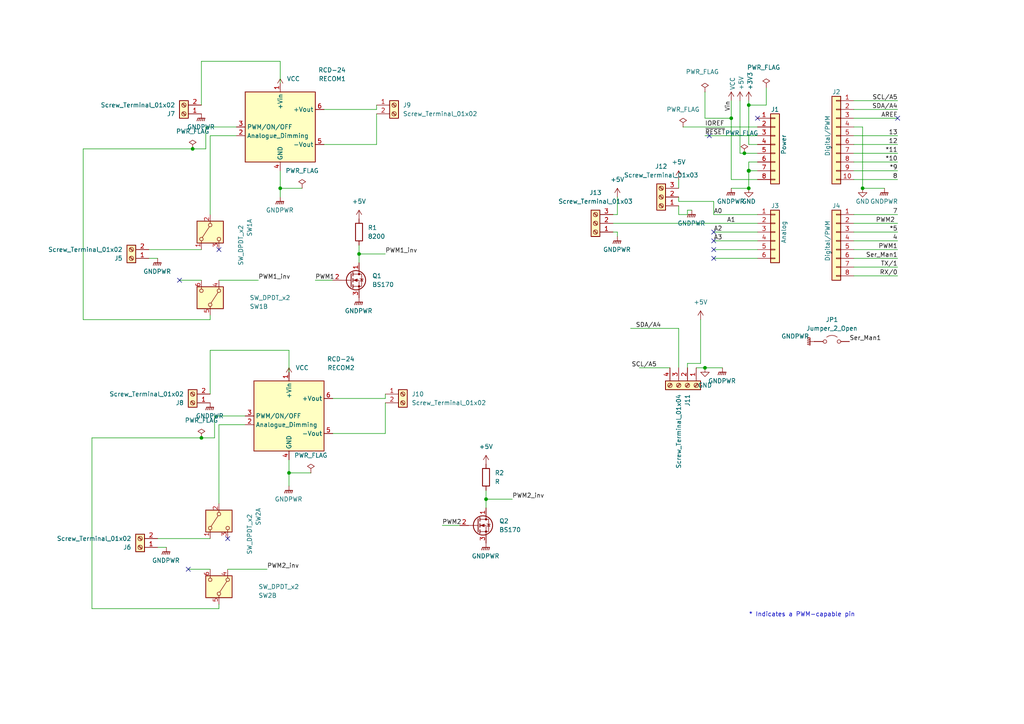
<source format=kicad_sch>
(kicad_sch
	(version 20250114)
	(generator "eeschema")
	(generator_version "9.0")
	(uuid "e63e39d7-6ac0-4ffd-8aa3-1841a4541b55")
	(paper "A4")
	(title_block
		(date "mar. 31 mars 2015")
	)
	(lib_symbols
		(symbol "Connector:Screw_Terminal_01x02"
			(pin_names
				(offset 1.016)
				(hide yes)
			)
			(exclude_from_sim no)
			(in_bom yes)
			(on_board yes)
			(property "Reference" "J"
				(at 0 2.54 0)
				(effects
					(font
						(size 1.27 1.27)
					)
				)
			)
			(property "Value" "Screw_Terminal_01x02"
				(at 0 -5.08 0)
				(effects
					(font
						(size 1.27 1.27)
					)
				)
			)
			(property "Footprint" ""
				(at 0 0 0)
				(effects
					(font
						(size 1.27 1.27)
					)
					(hide yes)
				)
			)
			(property "Datasheet" "~"
				(at 0 0 0)
				(effects
					(font
						(size 1.27 1.27)
					)
					(hide yes)
				)
			)
			(property "Description" "Generic screw terminal, single row, 01x02, script generated (kicad-library-utils/schlib/autogen/connector/)"
				(at 0 0 0)
				(effects
					(font
						(size 1.27 1.27)
					)
					(hide yes)
				)
			)
			(property "ki_keywords" "screw terminal"
				(at 0 0 0)
				(effects
					(font
						(size 1.27 1.27)
					)
					(hide yes)
				)
			)
			(property "ki_fp_filters" "TerminalBlock*:*"
				(at 0 0 0)
				(effects
					(font
						(size 1.27 1.27)
					)
					(hide yes)
				)
			)
			(symbol "Screw_Terminal_01x02_1_1"
				(rectangle
					(start -1.27 1.27)
					(end 1.27 -3.81)
					(stroke
						(width 0.254)
						(type default)
					)
					(fill
						(type background)
					)
				)
				(polyline
					(pts
						(xy -0.5334 0.3302) (xy 0.3302 -0.508)
					)
					(stroke
						(width 0.1524)
						(type default)
					)
					(fill
						(type none)
					)
				)
				(polyline
					(pts
						(xy -0.5334 -2.2098) (xy 0.3302 -3.048)
					)
					(stroke
						(width 0.1524)
						(type default)
					)
					(fill
						(type none)
					)
				)
				(polyline
					(pts
						(xy -0.3556 0.508) (xy 0.508 -0.3302)
					)
					(stroke
						(width 0.1524)
						(type default)
					)
					(fill
						(type none)
					)
				)
				(polyline
					(pts
						(xy -0.3556 -2.032) (xy 0.508 -2.8702)
					)
					(stroke
						(width 0.1524)
						(type default)
					)
					(fill
						(type none)
					)
				)
				(circle
					(center 0 0)
					(radius 0.635)
					(stroke
						(width 0.1524)
						(type default)
					)
					(fill
						(type none)
					)
				)
				(circle
					(center 0 -2.54)
					(radius 0.635)
					(stroke
						(width 0.1524)
						(type default)
					)
					(fill
						(type none)
					)
				)
				(pin passive line
					(at -5.08 0 0)
					(length 3.81)
					(name "Pin_1"
						(effects
							(font
								(size 1.27 1.27)
							)
						)
					)
					(number "1"
						(effects
							(font
								(size 1.27 1.27)
							)
						)
					)
				)
				(pin passive line
					(at -5.08 -2.54 0)
					(length 3.81)
					(name "Pin_2"
						(effects
							(font
								(size 1.27 1.27)
							)
						)
					)
					(number "2"
						(effects
							(font
								(size 1.27 1.27)
							)
						)
					)
				)
			)
			(embedded_fonts no)
		)
		(symbol "Connector:Screw_Terminal_01x03"
			(pin_names
				(offset 1.016)
				(hide yes)
			)
			(exclude_from_sim no)
			(in_bom yes)
			(on_board yes)
			(property "Reference" "J"
				(at 0 5.08 0)
				(effects
					(font
						(size 1.27 1.27)
					)
				)
			)
			(property "Value" "Screw_Terminal_01x03"
				(at 0 -5.08 0)
				(effects
					(font
						(size 1.27 1.27)
					)
				)
			)
			(property "Footprint" ""
				(at 0 0 0)
				(effects
					(font
						(size 1.27 1.27)
					)
					(hide yes)
				)
			)
			(property "Datasheet" "~"
				(at 0 0 0)
				(effects
					(font
						(size 1.27 1.27)
					)
					(hide yes)
				)
			)
			(property "Description" "Generic screw terminal, single row, 01x03, script generated (kicad-library-utils/schlib/autogen/connector/)"
				(at 0 0 0)
				(effects
					(font
						(size 1.27 1.27)
					)
					(hide yes)
				)
			)
			(property "ki_keywords" "screw terminal"
				(at 0 0 0)
				(effects
					(font
						(size 1.27 1.27)
					)
					(hide yes)
				)
			)
			(property "ki_fp_filters" "TerminalBlock*:*"
				(at 0 0 0)
				(effects
					(font
						(size 1.27 1.27)
					)
					(hide yes)
				)
			)
			(symbol "Screw_Terminal_01x03_1_1"
				(rectangle
					(start -1.27 3.81)
					(end 1.27 -3.81)
					(stroke
						(width 0.254)
						(type default)
					)
					(fill
						(type background)
					)
				)
				(polyline
					(pts
						(xy -0.5334 2.8702) (xy 0.3302 2.032)
					)
					(stroke
						(width 0.1524)
						(type default)
					)
					(fill
						(type none)
					)
				)
				(polyline
					(pts
						(xy -0.5334 0.3302) (xy 0.3302 -0.508)
					)
					(stroke
						(width 0.1524)
						(type default)
					)
					(fill
						(type none)
					)
				)
				(polyline
					(pts
						(xy -0.5334 -2.2098) (xy 0.3302 -3.048)
					)
					(stroke
						(width 0.1524)
						(type default)
					)
					(fill
						(type none)
					)
				)
				(polyline
					(pts
						(xy -0.3556 3.048) (xy 0.508 2.2098)
					)
					(stroke
						(width 0.1524)
						(type default)
					)
					(fill
						(type none)
					)
				)
				(polyline
					(pts
						(xy -0.3556 0.508) (xy 0.508 -0.3302)
					)
					(stroke
						(width 0.1524)
						(type default)
					)
					(fill
						(type none)
					)
				)
				(polyline
					(pts
						(xy -0.3556 -2.032) (xy 0.508 -2.8702)
					)
					(stroke
						(width 0.1524)
						(type default)
					)
					(fill
						(type none)
					)
				)
				(circle
					(center 0 2.54)
					(radius 0.635)
					(stroke
						(width 0.1524)
						(type default)
					)
					(fill
						(type none)
					)
				)
				(circle
					(center 0 0)
					(radius 0.635)
					(stroke
						(width 0.1524)
						(type default)
					)
					(fill
						(type none)
					)
				)
				(circle
					(center 0 -2.54)
					(radius 0.635)
					(stroke
						(width 0.1524)
						(type default)
					)
					(fill
						(type none)
					)
				)
				(pin passive line
					(at -5.08 2.54 0)
					(length 3.81)
					(name "Pin_1"
						(effects
							(font
								(size 1.27 1.27)
							)
						)
					)
					(number "1"
						(effects
							(font
								(size 1.27 1.27)
							)
						)
					)
				)
				(pin passive line
					(at -5.08 0 0)
					(length 3.81)
					(name "Pin_2"
						(effects
							(font
								(size 1.27 1.27)
							)
						)
					)
					(number "2"
						(effects
							(font
								(size 1.27 1.27)
							)
						)
					)
				)
				(pin passive line
					(at -5.08 -2.54 0)
					(length 3.81)
					(name "Pin_3"
						(effects
							(font
								(size 1.27 1.27)
							)
						)
					)
					(number "3"
						(effects
							(font
								(size 1.27 1.27)
							)
						)
					)
				)
			)
			(embedded_fonts no)
		)
		(symbol "Connector:Screw_Terminal_01x04"
			(pin_names
				(offset 1.016)
				(hide yes)
			)
			(exclude_from_sim no)
			(in_bom yes)
			(on_board yes)
			(property "Reference" "J"
				(at 0 5.08 0)
				(effects
					(font
						(size 1.27 1.27)
					)
				)
			)
			(property "Value" "Screw_Terminal_01x04"
				(at 0 -7.62 0)
				(effects
					(font
						(size 1.27 1.27)
					)
				)
			)
			(property "Footprint" ""
				(at 0 0 0)
				(effects
					(font
						(size 1.27 1.27)
					)
					(hide yes)
				)
			)
			(property "Datasheet" "~"
				(at 0 0 0)
				(effects
					(font
						(size 1.27 1.27)
					)
					(hide yes)
				)
			)
			(property "Description" "Generic screw terminal, single row, 01x04, script generated (kicad-library-utils/schlib/autogen/connector/)"
				(at 0 0 0)
				(effects
					(font
						(size 1.27 1.27)
					)
					(hide yes)
				)
			)
			(property "ki_keywords" "screw terminal"
				(at 0 0 0)
				(effects
					(font
						(size 1.27 1.27)
					)
					(hide yes)
				)
			)
			(property "ki_fp_filters" "TerminalBlock*:*"
				(at 0 0 0)
				(effects
					(font
						(size 1.27 1.27)
					)
					(hide yes)
				)
			)
			(symbol "Screw_Terminal_01x04_1_1"
				(rectangle
					(start -1.27 3.81)
					(end 1.27 -6.35)
					(stroke
						(width 0.254)
						(type default)
					)
					(fill
						(type background)
					)
				)
				(polyline
					(pts
						(xy -0.5334 2.8702) (xy 0.3302 2.032)
					)
					(stroke
						(width 0.1524)
						(type default)
					)
					(fill
						(type none)
					)
				)
				(polyline
					(pts
						(xy -0.5334 0.3302) (xy 0.3302 -0.508)
					)
					(stroke
						(width 0.1524)
						(type default)
					)
					(fill
						(type none)
					)
				)
				(polyline
					(pts
						(xy -0.5334 -2.2098) (xy 0.3302 -3.048)
					)
					(stroke
						(width 0.1524)
						(type default)
					)
					(fill
						(type none)
					)
				)
				(polyline
					(pts
						(xy -0.5334 -4.7498) (xy 0.3302 -5.588)
					)
					(stroke
						(width 0.1524)
						(type default)
					)
					(fill
						(type none)
					)
				)
				(polyline
					(pts
						(xy -0.3556 3.048) (xy 0.508 2.2098)
					)
					(stroke
						(width 0.1524)
						(type default)
					)
					(fill
						(type none)
					)
				)
				(polyline
					(pts
						(xy -0.3556 0.508) (xy 0.508 -0.3302)
					)
					(stroke
						(width 0.1524)
						(type default)
					)
					(fill
						(type none)
					)
				)
				(polyline
					(pts
						(xy -0.3556 -2.032) (xy 0.508 -2.8702)
					)
					(stroke
						(width 0.1524)
						(type default)
					)
					(fill
						(type none)
					)
				)
				(polyline
					(pts
						(xy -0.3556 -4.572) (xy 0.508 -5.4102)
					)
					(stroke
						(width 0.1524)
						(type default)
					)
					(fill
						(type none)
					)
				)
				(circle
					(center 0 2.54)
					(radius 0.635)
					(stroke
						(width 0.1524)
						(type default)
					)
					(fill
						(type none)
					)
				)
				(circle
					(center 0 0)
					(radius 0.635)
					(stroke
						(width 0.1524)
						(type default)
					)
					(fill
						(type none)
					)
				)
				(circle
					(center 0 -2.54)
					(radius 0.635)
					(stroke
						(width 0.1524)
						(type default)
					)
					(fill
						(type none)
					)
				)
				(circle
					(center 0 -5.08)
					(radius 0.635)
					(stroke
						(width 0.1524)
						(type default)
					)
					(fill
						(type none)
					)
				)
				(pin passive line
					(at -5.08 2.54 0)
					(length 3.81)
					(name "Pin_1"
						(effects
							(font
								(size 1.27 1.27)
							)
						)
					)
					(number "1"
						(effects
							(font
								(size 1.27 1.27)
							)
						)
					)
				)
				(pin passive line
					(at -5.08 0 0)
					(length 3.81)
					(name "Pin_2"
						(effects
							(font
								(size 1.27 1.27)
							)
						)
					)
					(number "2"
						(effects
							(font
								(size 1.27 1.27)
							)
						)
					)
				)
				(pin passive line
					(at -5.08 -2.54 0)
					(length 3.81)
					(name "Pin_3"
						(effects
							(font
								(size 1.27 1.27)
							)
						)
					)
					(number "3"
						(effects
							(font
								(size 1.27 1.27)
							)
						)
					)
				)
				(pin passive line
					(at -5.08 -5.08 0)
					(length 3.81)
					(name "Pin_4"
						(effects
							(font
								(size 1.27 1.27)
							)
						)
					)
					(number "4"
						(effects
							(font
								(size 1.27 1.27)
							)
						)
					)
				)
			)
			(embedded_fonts no)
		)
		(symbol "Connector_Generic:Conn_01x06"
			(pin_names
				(offset 1.016)
				(hide yes)
			)
			(exclude_from_sim no)
			(in_bom yes)
			(on_board yes)
			(property "Reference" "J"
				(at 0 7.62 0)
				(effects
					(font
						(size 1.27 1.27)
					)
				)
			)
			(property "Value" "Conn_01x06"
				(at 0 -10.16 0)
				(effects
					(font
						(size 1.27 1.27)
					)
				)
			)
			(property "Footprint" ""
				(at 0 0 0)
				(effects
					(font
						(size 1.27 1.27)
					)
					(hide yes)
				)
			)
			(property "Datasheet" "~"
				(at 0 0 0)
				(effects
					(font
						(size 1.27 1.27)
					)
					(hide yes)
				)
			)
			(property "Description" "Generic connector, single row, 01x06, script generated (kicad-library-utils/schlib/autogen/connector/)"
				(at 0 0 0)
				(effects
					(font
						(size 1.27 1.27)
					)
					(hide yes)
				)
			)
			(property "ki_keywords" "connector"
				(at 0 0 0)
				(effects
					(font
						(size 1.27 1.27)
					)
					(hide yes)
				)
			)
			(property "ki_fp_filters" "Connector*:*_1x??_*"
				(at 0 0 0)
				(effects
					(font
						(size 1.27 1.27)
					)
					(hide yes)
				)
			)
			(symbol "Conn_01x06_1_1"
				(rectangle
					(start -1.27 6.35)
					(end 1.27 -8.89)
					(stroke
						(width 0.254)
						(type default)
					)
					(fill
						(type background)
					)
				)
				(rectangle
					(start -1.27 5.207)
					(end 0 4.953)
					(stroke
						(width 0.1524)
						(type default)
					)
					(fill
						(type none)
					)
				)
				(rectangle
					(start -1.27 2.667)
					(end 0 2.413)
					(stroke
						(width 0.1524)
						(type default)
					)
					(fill
						(type none)
					)
				)
				(rectangle
					(start -1.27 0.127)
					(end 0 -0.127)
					(stroke
						(width 0.1524)
						(type default)
					)
					(fill
						(type none)
					)
				)
				(rectangle
					(start -1.27 -2.413)
					(end 0 -2.667)
					(stroke
						(width 0.1524)
						(type default)
					)
					(fill
						(type none)
					)
				)
				(rectangle
					(start -1.27 -4.953)
					(end 0 -5.207)
					(stroke
						(width 0.1524)
						(type default)
					)
					(fill
						(type none)
					)
				)
				(rectangle
					(start -1.27 -7.493)
					(end 0 -7.747)
					(stroke
						(width 0.1524)
						(type default)
					)
					(fill
						(type none)
					)
				)
				(pin passive line
					(at -5.08 5.08 0)
					(length 3.81)
					(name "Pin_1"
						(effects
							(font
								(size 1.27 1.27)
							)
						)
					)
					(number "1"
						(effects
							(font
								(size 1.27 1.27)
							)
						)
					)
				)
				(pin passive line
					(at -5.08 2.54 0)
					(length 3.81)
					(name "Pin_2"
						(effects
							(font
								(size 1.27 1.27)
							)
						)
					)
					(number "2"
						(effects
							(font
								(size 1.27 1.27)
							)
						)
					)
				)
				(pin passive line
					(at -5.08 0 0)
					(length 3.81)
					(name "Pin_3"
						(effects
							(font
								(size 1.27 1.27)
							)
						)
					)
					(number "3"
						(effects
							(font
								(size 1.27 1.27)
							)
						)
					)
				)
				(pin passive line
					(at -5.08 -2.54 0)
					(length 3.81)
					(name "Pin_4"
						(effects
							(font
								(size 1.27 1.27)
							)
						)
					)
					(number "4"
						(effects
							(font
								(size 1.27 1.27)
							)
						)
					)
				)
				(pin passive line
					(at -5.08 -5.08 0)
					(length 3.81)
					(name "Pin_5"
						(effects
							(font
								(size 1.27 1.27)
							)
						)
					)
					(number "5"
						(effects
							(font
								(size 1.27 1.27)
							)
						)
					)
				)
				(pin passive line
					(at -5.08 -7.62 0)
					(length 3.81)
					(name "Pin_6"
						(effects
							(font
								(size 1.27 1.27)
							)
						)
					)
					(number "6"
						(effects
							(font
								(size 1.27 1.27)
							)
						)
					)
				)
			)
			(embedded_fonts no)
		)
		(symbol "Connector_Generic:Conn_01x08"
			(pin_names
				(offset 1.016)
				(hide yes)
			)
			(exclude_from_sim no)
			(in_bom yes)
			(on_board yes)
			(property "Reference" "J"
				(at 0 10.16 0)
				(effects
					(font
						(size 1.27 1.27)
					)
				)
			)
			(property "Value" "Conn_01x08"
				(at 0 -12.7 0)
				(effects
					(font
						(size 1.27 1.27)
					)
				)
			)
			(property "Footprint" ""
				(at 0 0 0)
				(effects
					(font
						(size 1.27 1.27)
					)
					(hide yes)
				)
			)
			(property "Datasheet" "~"
				(at 0 0 0)
				(effects
					(font
						(size 1.27 1.27)
					)
					(hide yes)
				)
			)
			(property "Description" "Generic connector, single row, 01x08, script generated (kicad-library-utils/schlib/autogen/connector/)"
				(at 0 0 0)
				(effects
					(font
						(size 1.27 1.27)
					)
					(hide yes)
				)
			)
			(property "ki_keywords" "connector"
				(at 0 0 0)
				(effects
					(font
						(size 1.27 1.27)
					)
					(hide yes)
				)
			)
			(property "ki_fp_filters" "Connector*:*_1x??_*"
				(at 0 0 0)
				(effects
					(font
						(size 1.27 1.27)
					)
					(hide yes)
				)
			)
			(symbol "Conn_01x08_1_1"
				(rectangle
					(start -1.27 8.89)
					(end 1.27 -11.43)
					(stroke
						(width 0.254)
						(type default)
					)
					(fill
						(type background)
					)
				)
				(rectangle
					(start -1.27 7.747)
					(end 0 7.493)
					(stroke
						(width 0.1524)
						(type default)
					)
					(fill
						(type none)
					)
				)
				(rectangle
					(start -1.27 5.207)
					(end 0 4.953)
					(stroke
						(width 0.1524)
						(type default)
					)
					(fill
						(type none)
					)
				)
				(rectangle
					(start -1.27 2.667)
					(end 0 2.413)
					(stroke
						(width 0.1524)
						(type default)
					)
					(fill
						(type none)
					)
				)
				(rectangle
					(start -1.27 0.127)
					(end 0 -0.127)
					(stroke
						(width 0.1524)
						(type default)
					)
					(fill
						(type none)
					)
				)
				(rectangle
					(start -1.27 -2.413)
					(end 0 -2.667)
					(stroke
						(width 0.1524)
						(type default)
					)
					(fill
						(type none)
					)
				)
				(rectangle
					(start -1.27 -4.953)
					(end 0 -5.207)
					(stroke
						(width 0.1524)
						(type default)
					)
					(fill
						(type none)
					)
				)
				(rectangle
					(start -1.27 -7.493)
					(end 0 -7.747)
					(stroke
						(width 0.1524)
						(type default)
					)
					(fill
						(type none)
					)
				)
				(rectangle
					(start -1.27 -10.033)
					(end 0 -10.287)
					(stroke
						(width 0.1524)
						(type default)
					)
					(fill
						(type none)
					)
				)
				(pin passive line
					(at -5.08 7.62 0)
					(length 3.81)
					(name "Pin_1"
						(effects
							(font
								(size 1.27 1.27)
							)
						)
					)
					(number "1"
						(effects
							(font
								(size 1.27 1.27)
							)
						)
					)
				)
				(pin passive line
					(at -5.08 5.08 0)
					(length 3.81)
					(name "Pin_2"
						(effects
							(font
								(size 1.27 1.27)
							)
						)
					)
					(number "2"
						(effects
							(font
								(size 1.27 1.27)
							)
						)
					)
				)
				(pin passive line
					(at -5.08 2.54 0)
					(length 3.81)
					(name "Pin_3"
						(effects
							(font
								(size 1.27 1.27)
							)
						)
					)
					(number "3"
						(effects
							(font
								(size 1.27 1.27)
							)
						)
					)
				)
				(pin passive line
					(at -5.08 0 0)
					(length 3.81)
					(name "Pin_4"
						(effects
							(font
								(size 1.27 1.27)
							)
						)
					)
					(number "4"
						(effects
							(font
								(size 1.27 1.27)
							)
						)
					)
				)
				(pin passive line
					(at -5.08 -2.54 0)
					(length 3.81)
					(name "Pin_5"
						(effects
							(font
								(size 1.27 1.27)
							)
						)
					)
					(number "5"
						(effects
							(font
								(size 1.27 1.27)
							)
						)
					)
				)
				(pin passive line
					(at -5.08 -5.08 0)
					(length 3.81)
					(name "Pin_6"
						(effects
							(font
								(size 1.27 1.27)
							)
						)
					)
					(number "6"
						(effects
							(font
								(size 1.27 1.27)
							)
						)
					)
				)
				(pin passive line
					(at -5.08 -7.62 0)
					(length 3.81)
					(name "Pin_7"
						(effects
							(font
								(size 1.27 1.27)
							)
						)
					)
					(number "7"
						(effects
							(font
								(size 1.27 1.27)
							)
						)
					)
				)
				(pin passive line
					(at -5.08 -10.16 0)
					(length 3.81)
					(name "Pin_8"
						(effects
							(font
								(size 1.27 1.27)
							)
						)
					)
					(number "8"
						(effects
							(font
								(size 1.27 1.27)
							)
						)
					)
				)
			)
			(embedded_fonts no)
		)
		(symbol "Connector_Generic:Conn_01x10"
			(pin_names
				(offset 1.016)
				(hide yes)
			)
			(exclude_from_sim no)
			(in_bom yes)
			(on_board yes)
			(property "Reference" "J"
				(at 0 12.7 0)
				(effects
					(font
						(size 1.27 1.27)
					)
				)
			)
			(property "Value" "Conn_01x10"
				(at 0 -15.24 0)
				(effects
					(font
						(size 1.27 1.27)
					)
				)
			)
			(property "Footprint" ""
				(at 0 0 0)
				(effects
					(font
						(size 1.27 1.27)
					)
					(hide yes)
				)
			)
			(property "Datasheet" "~"
				(at 0 0 0)
				(effects
					(font
						(size 1.27 1.27)
					)
					(hide yes)
				)
			)
			(property "Description" "Generic connector, single row, 01x10, script generated (kicad-library-utils/schlib/autogen/connector/)"
				(at 0 0 0)
				(effects
					(font
						(size 1.27 1.27)
					)
					(hide yes)
				)
			)
			(property "ki_keywords" "connector"
				(at 0 0 0)
				(effects
					(font
						(size 1.27 1.27)
					)
					(hide yes)
				)
			)
			(property "ki_fp_filters" "Connector*:*_1x??_*"
				(at 0 0 0)
				(effects
					(font
						(size 1.27 1.27)
					)
					(hide yes)
				)
			)
			(symbol "Conn_01x10_1_1"
				(rectangle
					(start -1.27 11.43)
					(end 1.27 -13.97)
					(stroke
						(width 0.254)
						(type default)
					)
					(fill
						(type background)
					)
				)
				(rectangle
					(start -1.27 10.287)
					(end 0 10.033)
					(stroke
						(width 0.1524)
						(type default)
					)
					(fill
						(type none)
					)
				)
				(rectangle
					(start -1.27 7.747)
					(end 0 7.493)
					(stroke
						(width 0.1524)
						(type default)
					)
					(fill
						(type none)
					)
				)
				(rectangle
					(start -1.27 5.207)
					(end 0 4.953)
					(stroke
						(width 0.1524)
						(type default)
					)
					(fill
						(type none)
					)
				)
				(rectangle
					(start -1.27 2.667)
					(end 0 2.413)
					(stroke
						(width 0.1524)
						(type default)
					)
					(fill
						(type none)
					)
				)
				(rectangle
					(start -1.27 0.127)
					(end 0 -0.127)
					(stroke
						(width 0.1524)
						(type default)
					)
					(fill
						(type none)
					)
				)
				(rectangle
					(start -1.27 -2.413)
					(end 0 -2.667)
					(stroke
						(width 0.1524)
						(type default)
					)
					(fill
						(type none)
					)
				)
				(rectangle
					(start -1.27 -4.953)
					(end 0 -5.207)
					(stroke
						(width 0.1524)
						(type default)
					)
					(fill
						(type none)
					)
				)
				(rectangle
					(start -1.27 -7.493)
					(end 0 -7.747)
					(stroke
						(width 0.1524)
						(type default)
					)
					(fill
						(type none)
					)
				)
				(rectangle
					(start -1.27 -10.033)
					(end 0 -10.287)
					(stroke
						(width 0.1524)
						(type default)
					)
					(fill
						(type none)
					)
				)
				(rectangle
					(start -1.27 -12.573)
					(end 0 -12.827)
					(stroke
						(width 0.1524)
						(type default)
					)
					(fill
						(type none)
					)
				)
				(pin passive line
					(at -5.08 10.16 0)
					(length 3.81)
					(name "Pin_1"
						(effects
							(font
								(size 1.27 1.27)
							)
						)
					)
					(number "1"
						(effects
							(font
								(size 1.27 1.27)
							)
						)
					)
				)
				(pin passive line
					(at -5.08 7.62 0)
					(length 3.81)
					(name "Pin_2"
						(effects
							(font
								(size 1.27 1.27)
							)
						)
					)
					(number "2"
						(effects
							(font
								(size 1.27 1.27)
							)
						)
					)
				)
				(pin passive line
					(at -5.08 5.08 0)
					(length 3.81)
					(name "Pin_3"
						(effects
							(font
								(size 1.27 1.27)
							)
						)
					)
					(number "3"
						(effects
							(font
								(size 1.27 1.27)
							)
						)
					)
				)
				(pin passive line
					(at -5.08 2.54 0)
					(length 3.81)
					(name "Pin_4"
						(effects
							(font
								(size 1.27 1.27)
							)
						)
					)
					(number "4"
						(effects
							(font
								(size 1.27 1.27)
							)
						)
					)
				)
				(pin passive line
					(at -5.08 0 0)
					(length 3.81)
					(name "Pin_5"
						(effects
							(font
								(size 1.27 1.27)
							)
						)
					)
					(number "5"
						(effects
							(font
								(size 1.27 1.27)
							)
						)
					)
				)
				(pin passive line
					(at -5.08 -2.54 0)
					(length 3.81)
					(name "Pin_6"
						(effects
							(font
								(size 1.27 1.27)
							)
						)
					)
					(number "6"
						(effects
							(font
								(size 1.27 1.27)
							)
						)
					)
				)
				(pin passive line
					(at -5.08 -5.08 0)
					(length 3.81)
					(name "Pin_7"
						(effects
							(font
								(size 1.27 1.27)
							)
						)
					)
					(number "7"
						(effects
							(font
								(size 1.27 1.27)
							)
						)
					)
				)
				(pin passive line
					(at -5.08 -7.62 0)
					(length 3.81)
					(name "Pin_8"
						(effects
							(font
								(size 1.27 1.27)
							)
						)
					)
					(number "8"
						(effects
							(font
								(size 1.27 1.27)
							)
						)
					)
				)
				(pin passive line
					(at -5.08 -10.16 0)
					(length 3.81)
					(name "Pin_9"
						(effects
							(font
								(size 1.27 1.27)
							)
						)
					)
					(number "9"
						(effects
							(font
								(size 1.27 1.27)
							)
						)
					)
				)
				(pin passive line
					(at -5.08 -12.7 0)
					(length 3.81)
					(name "Pin_10"
						(effects
							(font
								(size 1.27 1.27)
							)
						)
					)
					(number "10"
						(effects
							(font
								(size 1.27 1.27)
							)
						)
					)
				)
			)
			(embedded_fonts no)
		)
		(symbol "Device:R"
			(pin_numbers
				(hide yes)
			)
			(pin_names
				(offset 0)
			)
			(exclude_from_sim no)
			(in_bom yes)
			(on_board yes)
			(property "Reference" "R"
				(at 2.032 0 90)
				(effects
					(font
						(size 1.27 1.27)
					)
				)
			)
			(property "Value" "R"
				(at 0 0 90)
				(effects
					(font
						(size 1.27 1.27)
					)
				)
			)
			(property "Footprint" ""
				(at -1.778 0 90)
				(effects
					(font
						(size 1.27 1.27)
					)
					(hide yes)
				)
			)
			(property "Datasheet" "~"
				(at 0 0 0)
				(effects
					(font
						(size 1.27 1.27)
					)
					(hide yes)
				)
			)
			(property "Description" "Resistor"
				(at 0 0 0)
				(effects
					(font
						(size 1.27 1.27)
					)
					(hide yes)
				)
			)
			(property "ki_keywords" "R res resistor"
				(at 0 0 0)
				(effects
					(font
						(size 1.27 1.27)
					)
					(hide yes)
				)
			)
			(property "ki_fp_filters" "R_*"
				(at 0 0 0)
				(effects
					(font
						(size 1.27 1.27)
					)
					(hide yes)
				)
			)
			(symbol "R_0_1"
				(rectangle
					(start -1.016 -2.54)
					(end 1.016 2.54)
					(stroke
						(width 0.254)
						(type default)
					)
					(fill
						(type none)
					)
				)
			)
			(symbol "R_1_1"
				(pin passive line
					(at 0 3.81 270)
					(length 1.27)
					(name "~"
						(effects
							(font
								(size 1.27 1.27)
							)
						)
					)
					(number "1"
						(effects
							(font
								(size 1.27 1.27)
							)
						)
					)
				)
				(pin passive line
					(at 0 -3.81 90)
					(length 1.27)
					(name "~"
						(effects
							(font
								(size 1.27 1.27)
							)
						)
					)
					(number "2"
						(effects
							(font
								(size 1.27 1.27)
							)
						)
					)
				)
			)
			(embedded_fonts no)
		)
		(symbol "Driver_LED:RCD-24"
			(exclude_from_sim no)
			(in_bom yes)
			(on_board yes)
			(property "Reference" "U"
				(at -8.89 11.43 0)
				(effects
					(font
						(size 1.27 1.27)
					)
				)
			)
			(property "Value" "RCD-24"
				(at 6.35 11.43 0)
				(effects
					(font
						(size 1.27 1.27)
					)
				)
			)
			(property "Footprint" "Converter_DCDC:Converter_DCDC_RECOM_RCD-24_THT"
				(at 26.67 -11.43 0)
				(effects
					(font
						(size 1.27 1.27)
					)
					(hide yes)
				)
			)
			(property "Datasheet" "https://g.recomcdn.com/media/Datasheet/pdf/.fYUQjOlW/.t2a80a771bdbb0ef300f7/Datasheet-93/RCD-24.pdf"
				(at 0 0 0)
				(effects
					(font
						(size 1.27 1.27)
					)
					(hide yes)
				)
			)
			(property "Description" "LED Driver DC/DC Converter, input 4.5 to 36V, output current 0.3 to 1.2A"
				(at 0 0 0)
				(effects
					(font
						(size 1.27 1.27)
					)
					(hide yes)
				)
			)
			(property "ki_keywords" "Led Driver DC-DC"
				(at 0 0 0)
				(effects
					(font
						(size 1.27 1.27)
					)
					(hide yes)
				)
			)
			(property "ki_fp_filters" "Converter*DCDC*RECOM*RCD?24*"
				(at 0 0 0)
				(effects
					(font
						(size 1.27 1.27)
					)
					(hide yes)
				)
			)
			(symbol "RCD-24_1_1"
				(rectangle
					(start -10.16 10.16)
					(end 10.16 -10.16)
					(stroke
						(width 0.254)
						(type default)
					)
					(fill
						(type background)
					)
				)
				(pin passive line
					(at -12.7 0 0)
					(length 2.54)
					(name "PWM/ON/OFF"
						(effects
							(font
								(size 1.27 1.27)
							)
						)
					)
					(number "3"
						(effects
							(font
								(size 1.27 1.27)
							)
						)
					)
				)
				(pin passive line
					(at -12.7 -2.54 0)
					(length 2.54)
					(name "Analogue_Dimming"
						(effects
							(font
								(size 1.27 1.27)
							)
						)
					)
					(number "2"
						(effects
							(font
								(size 1.27 1.27)
							)
						)
					)
				)
				(pin power_in line
					(at 0 12.7 270)
					(length 2.54)
					(name "+Vin"
						(effects
							(font
								(size 1.27 1.27)
							)
						)
					)
					(number "1"
						(effects
							(font
								(size 1.27 1.27)
							)
						)
					)
				)
				(pin power_in line
					(at 0 -12.7 90)
					(length 2.54)
					(name "GND"
						(effects
							(font
								(size 1.27 1.27)
							)
						)
					)
					(number "4"
						(effects
							(font
								(size 1.27 1.27)
							)
						)
					)
				)
				(pin power_out line
					(at 12.7 5.08 180)
					(length 2.54)
					(name "+Vout"
						(effects
							(font
								(size 1.27 1.27)
							)
						)
					)
					(number "6"
						(effects
							(font
								(size 1.27 1.27)
							)
						)
					)
				)
				(pin power_out line
					(at 12.7 -5.08 180)
					(length 2.54)
					(name "-Vout"
						(effects
							(font
								(size 1.27 1.27)
							)
						)
					)
					(number "5"
						(effects
							(font
								(size 1.27 1.27)
							)
						)
					)
				)
			)
			(embedded_fonts no)
		)
		(symbol "GNDPWR_1"
			(power)
			(pin_numbers
				(hide yes)
			)
			(pin_names
				(offset 0)
				(hide yes)
			)
			(exclude_from_sim no)
			(in_bom yes)
			(on_board yes)
			(property "Reference" "#PWR"
				(at 0 -5.08 0)
				(effects
					(font
						(size 1.27 1.27)
					)
					(hide yes)
				)
			)
			(property "Value" "GNDPWR"
				(at 0 -3.302 0)
				(effects
					(font
						(size 1.27 1.27)
					)
				)
			)
			(property "Footprint" ""
				(at 0 -1.27 0)
				(effects
					(font
						(size 1.27 1.27)
					)
					(hide yes)
				)
			)
			(property "Datasheet" ""
				(at 0 -1.27 0)
				(effects
					(font
						(size 1.27 1.27)
					)
					(hide yes)
				)
			)
			(property "Description" "Power symbol creates a global label with name \"GNDPWR\" , global ground"
				(at 0 0 0)
				(effects
					(font
						(size 1.27 1.27)
					)
					(hide yes)
				)
			)
			(property "ki_keywords" "global ground"
				(at 0 0 0)
				(effects
					(font
						(size 1.27 1.27)
					)
					(hide yes)
				)
			)
			(symbol "GNDPWR_1_0_1"
				(polyline
					(pts
						(xy -1.016 -1.27) (xy -1.27 -2.032) (xy -1.27 -2.032)
					)
					(stroke
						(width 0.2032)
						(type default)
					)
					(fill
						(type none)
					)
				)
				(polyline
					(pts
						(xy -0.508 -1.27) (xy -0.762 -2.032) (xy -0.762 -2.032)
					)
					(stroke
						(width 0.2032)
						(type default)
					)
					(fill
						(type none)
					)
				)
				(polyline
					(pts
						(xy 0 -1.27) (xy 0 0)
					)
					(stroke
						(width 0)
						(type default)
					)
					(fill
						(type none)
					)
				)
				(polyline
					(pts
						(xy 0 -1.27) (xy -0.254 -2.032) (xy -0.254 -2.032)
					)
					(stroke
						(width 0.2032)
						(type default)
					)
					(fill
						(type none)
					)
				)
				(polyline
					(pts
						(xy 0.508 -1.27) (xy 0.254 -2.032) (xy 0.254 -2.032)
					)
					(stroke
						(width 0.2032)
						(type default)
					)
					(fill
						(type none)
					)
				)
				(polyline
					(pts
						(xy 1.016 -1.27) (xy -1.016 -1.27) (xy -1.016 -1.27)
					)
					(stroke
						(width 0.2032)
						(type default)
					)
					(fill
						(type none)
					)
				)
				(polyline
					(pts
						(xy 1.016 -1.27) (xy 0.762 -2.032) (xy 0.762 -2.032) (xy 0.762 -2.032)
					)
					(stroke
						(width 0.2032)
						(type default)
					)
					(fill
						(type none)
					)
				)
			)
			(symbol "GNDPWR_1_1_1"
				(pin power_in line
					(at 0 0 270)
					(length 0)
					(name "~"
						(effects
							(font
								(size 1.27 1.27)
							)
						)
					)
					(number "1"
						(effects
							(font
								(size 1.27 1.27)
							)
						)
					)
				)
			)
			(embedded_fonts no)
		)
		(symbol "Jumper:Jumper_2_Open"
			(pin_numbers
				(hide yes)
			)
			(pin_names
				(offset 0)
				(hide yes)
			)
			(exclude_from_sim yes)
			(in_bom yes)
			(on_board yes)
			(property "Reference" "JP"
				(at 0 2.794 0)
				(effects
					(font
						(size 1.27 1.27)
					)
				)
			)
			(property "Value" "Jumper_2_Open"
				(at 0 -2.286 0)
				(effects
					(font
						(size 1.27 1.27)
					)
				)
			)
			(property "Footprint" ""
				(at 0 0 0)
				(effects
					(font
						(size 1.27 1.27)
					)
					(hide yes)
				)
			)
			(property "Datasheet" "~"
				(at 0 0 0)
				(effects
					(font
						(size 1.27 1.27)
					)
					(hide yes)
				)
			)
			(property "Description" "Jumper, 2-pole, open"
				(at 0 0 0)
				(effects
					(font
						(size 1.27 1.27)
					)
					(hide yes)
				)
			)
			(property "ki_keywords" "Jumper SPST"
				(at 0 0 0)
				(effects
					(font
						(size 1.27 1.27)
					)
					(hide yes)
				)
			)
			(property "ki_fp_filters" "Jumper* TestPoint*2Pads* TestPoint*Bridge*"
				(at 0 0 0)
				(effects
					(font
						(size 1.27 1.27)
					)
					(hide yes)
				)
			)
			(symbol "Jumper_2_Open_0_0"
				(circle
					(center -2.032 0)
					(radius 0.508)
					(stroke
						(width 0)
						(type default)
					)
					(fill
						(type none)
					)
				)
				(circle
					(center 2.032 0)
					(radius 0.508)
					(stroke
						(width 0)
						(type default)
					)
					(fill
						(type none)
					)
				)
			)
			(symbol "Jumper_2_Open_0_1"
				(arc
					(start -1.524 1.27)
					(mid 0 1.778)
					(end 1.524 1.27)
					(stroke
						(width 0)
						(type default)
					)
					(fill
						(type none)
					)
				)
			)
			(symbol "Jumper_2_Open_1_1"
				(pin passive line
					(at -5.08 0 0)
					(length 2.54)
					(name "A"
						(effects
							(font
								(size 1.27 1.27)
							)
						)
					)
					(number "1"
						(effects
							(font
								(size 1.27 1.27)
							)
						)
					)
				)
				(pin passive line
					(at 5.08 0 180)
					(length 2.54)
					(name "B"
						(effects
							(font
								(size 1.27 1.27)
							)
						)
					)
					(number "2"
						(effects
							(font
								(size 1.27 1.27)
							)
						)
					)
				)
			)
			(embedded_fonts no)
		)
		(symbol "Switch:SW_DPDT_x2"
			(pin_names
				(offset 0)
				(hide yes)
			)
			(exclude_from_sim no)
			(in_bom yes)
			(on_board yes)
			(property "Reference" "SW"
				(at 0 5.08 0)
				(effects
					(font
						(size 1.27 1.27)
					)
				)
			)
			(property "Value" "SW_DPDT_x2"
				(at 0 -5.08 0)
				(effects
					(font
						(size 1.27 1.27)
					)
				)
			)
			(property "Footprint" ""
				(at 0 0 0)
				(effects
					(font
						(size 1.27 1.27)
					)
					(hide yes)
				)
			)
			(property "Datasheet" "~"
				(at 0 0 0)
				(effects
					(font
						(size 1.27 1.27)
					)
					(hide yes)
				)
			)
			(property "Description" "Switch, dual pole double throw, separate symbols"
				(at 0 0 0)
				(effects
					(font
						(size 1.27 1.27)
					)
					(hide yes)
				)
			)
			(property "ki_keywords" "switch dual-pole double-throw DPDT spdt ON-ON"
				(at 0 0 0)
				(effects
					(font
						(size 1.27 1.27)
					)
					(hide yes)
				)
			)
			(property "ki_fp_filters" "SW*DPDT*"
				(at 0 0 0)
				(effects
					(font
						(size 1.27 1.27)
					)
					(hide yes)
				)
			)
			(symbol "SW_DPDT_x2_0_0"
				(circle
					(center -2.032 0)
					(radius 0.508)
					(stroke
						(width 0)
						(type default)
					)
					(fill
						(type none)
					)
				)
				(circle
					(center 2.032 -2.54)
					(radius 0.508)
					(stroke
						(width 0)
						(type default)
					)
					(fill
						(type none)
					)
				)
			)
			(symbol "SW_DPDT_x2_0_1"
				(rectangle
					(start -3.175 3.81)
					(end 3.175 -3.81)
					(stroke
						(width 0.254)
						(type default)
					)
					(fill
						(type background)
					)
				)
				(polyline
					(pts
						(xy -1.524 0.254) (xy 1.5748 2.286)
					)
					(stroke
						(width 0)
						(type default)
					)
					(fill
						(type none)
					)
				)
				(circle
					(center 2.032 2.54)
					(radius 0.508)
					(stroke
						(width 0)
						(type default)
					)
					(fill
						(type none)
					)
				)
			)
			(symbol "SW_DPDT_x2_1_1"
				(pin passive line
					(at -5.08 0 0)
					(length 2.54)
					(name "B"
						(effects
							(font
								(size 1.27 1.27)
							)
						)
					)
					(number "2"
						(effects
							(font
								(size 1.27 1.27)
							)
						)
					)
				)
				(pin passive line
					(at 5.08 2.54 180)
					(length 2.54)
					(name "A"
						(effects
							(font
								(size 1.27 1.27)
							)
						)
					)
					(number "1"
						(effects
							(font
								(size 1.27 1.27)
							)
						)
					)
				)
				(pin passive line
					(at 5.08 -2.54 180)
					(length 2.54)
					(name "C"
						(effects
							(font
								(size 1.27 1.27)
							)
						)
					)
					(number "3"
						(effects
							(font
								(size 1.27 1.27)
							)
						)
					)
				)
			)
			(symbol "SW_DPDT_x2_2_1"
				(pin passive line
					(at -5.08 0 0)
					(length 2.54)
					(name "B"
						(effects
							(font
								(size 1.27 1.27)
							)
						)
					)
					(number "5"
						(effects
							(font
								(size 1.27 1.27)
							)
						)
					)
				)
				(pin passive line
					(at 5.08 2.54 180)
					(length 2.54)
					(name "A"
						(effects
							(font
								(size 1.27 1.27)
							)
						)
					)
					(number "4"
						(effects
							(font
								(size 1.27 1.27)
							)
						)
					)
				)
				(pin passive line
					(at 5.08 -2.54 180)
					(length 2.54)
					(name "C"
						(effects
							(font
								(size 1.27 1.27)
							)
						)
					)
					(number "6"
						(effects
							(font
								(size 1.27 1.27)
							)
						)
					)
				)
			)
			(embedded_fonts no)
		)
		(symbol "Transistor_FET:BS170"
			(pin_names
				(hide yes)
			)
			(exclude_from_sim no)
			(in_bom yes)
			(on_board yes)
			(property "Reference" "Q"
				(at 5.08 1.905 0)
				(effects
					(font
						(size 1.27 1.27)
					)
					(justify left)
				)
			)
			(property "Value" "BS170"
				(at 5.08 0 0)
				(effects
					(font
						(size 1.27 1.27)
					)
					(justify left)
				)
			)
			(property "Footprint" "Package_TO_SOT_THT:TO-92_Inline"
				(at 5.08 -1.905 0)
				(effects
					(font
						(size 1.27 1.27)
						(italic yes)
					)
					(justify left)
					(hide yes)
				)
			)
			(property "Datasheet" "https://www.onsemi.com/pub/Collateral/BS170-D.PDF"
				(at 5.08 -3.81 0)
				(effects
					(font
						(size 1.27 1.27)
					)
					(justify left)
					(hide yes)
				)
			)
			(property "Description" "0.5A Id, 60V Vds, N-Channel MOSFET, TO-92"
				(at 0 0 0)
				(effects
					(font
						(size 1.27 1.27)
					)
					(hide yes)
				)
			)
			(property "ki_keywords" "N-Channel MOSFET"
				(at 0 0 0)
				(effects
					(font
						(size 1.27 1.27)
					)
					(hide yes)
				)
			)
			(property "ki_fp_filters" "TO?92*"
				(at 0 0 0)
				(effects
					(font
						(size 1.27 1.27)
					)
					(hide yes)
				)
			)
			(symbol "BS170_0_1"
				(polyline
					(pts
						(xy 0.254 1.905) (xy 0.254 -1.905)
					)
					(stroke
						(width 0.254)
						(type default)
					)
					(fill
						(type none)
					)
				)
				(polyline
					(pts
						(xy 0.254 0) (xy -2.54 0)
					)
					(stroke
						(width 0)
						(type default)
					)
					(fill
						(type none)
					)
				)
				(polyline
					(pts
						(xy 0.762 2.286) (xy 0.762 1.27)
					)
					(stroke
						(width 0.254)
						(type default)
					)
					(fill
						(type none)
					)
				)
				(polyline
					(pts
						(xy 0.762 0.508) (xy 0.762 -0.508)
					)
					(stroke
						(width 0.254)
						(type default)
					)
					(fill
						(type none)
					)
				)
				(polyline
					(pts
						(xy 0.762 -1.27) (xy 0.762 -2.286)
					)
					(stroke
						(width 0.254)
						(type default)
					)
					(fill
						(type none)
					)
				)
				(polyline
					(pts
						(xy 0.762 -1.778) (xy 3.302 -1.778) (xy 3.302 1.778) (xy 0.762 1.778)
					)
					(stroke
						(width 0)
						(type default)
					)
					(fill
						(type none)
					)
				)
				(polyline
					(pts
						(xy 1.016 0) (xy 2.032 0.381) (xy 2.032 -0.381) (xy 1.016 0)
					)
					(stroke
						(width 0)
						(type default)
					)
					(fill
						(type outline)
					)
				)
				(circle
					(center 1.651 0)
					(radius 2.794)
					(stroke
						(width 0.254)
						(type default)
					)
					(fill
						(type none)
					)
				)
				(polyline
					(pts
						(xy 2.54 2.54) (xy 2.54 1.778)
					)
					(stroke
						(width 0)
						(type default)
					)
					(fill
						(type none)
					)
				)
				(circle
					(center 2.54 1.778)
					(radius 0.254)
					(stroke
						(width 0)
						(type default)
					)
					(fill
						(type outline)
					)
				)
				(circle
					(center 2.54 -1.778)
					(radius 0.254)
					(stroke
						(width 0)
						(type default)
					)
					(fill
						(type outline)
					)
				)
				(polyline
					(pts
						(xy 2.54 -2.54) (xy 2.54 0) (xy 0.762 0)
					)
					(stroke
						(width 0)
						(type default)
					)
					(fill
						(type none)
					)
				)
				(polyline
					(pts
						(xy 2.794 0.508) (xy 2.921 0.381) (xy 3.683 0.381) (xy 3.81 0.254)
					)
					(stroke
						(width 0)
						(type default)
					)
					(fill
						(type none)
					)
				)
				(polyline
					(pts
						(xy 3.302 0.381) (xy 2.921 -0.254) (xy 3.683 -0.254) (xy 3.302 0.381)
					)
					(stroke
						(width 0)
						(type default)
					)
					(fill
						(type none)
					)
				)
			)
			(symbol "BS170_1_1"
				(pin input line
					(at -5.08 0 0)
					(length 2.54)
					(name "G"
						(effects
							(font
								(size 1.27 1.27)
							)
						)
					)
					(number "2"
						(effects
							(font
								(size 1.27 1.27)
							)
						)
					)
				)
				(pin passive line
					(at 2.54 5.08 270)
					(length 2.54)
					(name "D"
						(effects
							(font
								(size 1.27 1.27)
							)
						)
					)
					(number "1"
						(effects
							(font
								(size 1.27 1.27)
							)
						)
					)
				)
				(pin passive line
					(at 2.54 -5.08 90)
					(length 2.54)
					(name "S"
						(effects
							(font
								(size 1.27 1.27)
							)
						)
					)
					(number "3"
						(effects
							(font
								(size 1.27 1.27)
							)
						)
					)
				)
			)
			(embedded_fonts no)
		)
		(symbol "power:+3V3"
			(power)
			(pin_names
				(offset 0)
			)
			(exclude_from_sim no)
			(in_bom yes)
			(on_board yes)
			(property "Reference" "#PWR"
				(at 0 -3.81 0)
				(effects
					(font
						(size 1.27 1.27)
					)
					(hide yes)
				)
			)
			(property "Value" "+3V3"
				(at 0 3.556 0)
				(effects
					(font
						(size 1.27 1.27)
					)
				)
			)
			(property "Footprint" ""
				(at 0 0 0)
				(effects
					(font
						(size 1.27 1.27)
					)
					(hide yes)
				)
			)
			(property "Datasheet" ""
				(at 0 0 0)
				(effects
					(font
						(size 1.27 1.27)
					)
					(hide yes)
				)
			)
			(property "Description" "Power symbol creates a global label with name \"+3V3\""
				(at 0 0 0)
				(effects
					(font
						(size 1.27 1.27)
					)
					(hide yes)
				)
			)
			(property "ki_keywords" "power-flag"
				(at 0 0 0)
				(effects
					(font
						(size 1.27 1.27)
					)
					(hide yes)
				)
			)
			(symbol "+3V3_0_1"
				(polyline
					(pts
						(xy -0.762 1.27) (xy 0 2.54)
					)
					(stroke
						(width 0)
						(type default)
					)
					(fill
						(type none)
					)
				)
				(polyline
					(pts
						(xy 0 2.54) (xy 0.762 1.27)
					)
					(stroke
						(width 0)
						(type default)
					)
					(fill
						(type none)
					)
				)
				(polyline
					(pts
						(xy 0 0) (xy 0 2.54)
					)
					(stroke
						(width 0)
						(type default)
					)
					(fill
						(type none)
					)
				)
			)
			(symbol "+3V3_1_1"
				(pin power_in line
					(at 0 0 90)
					(length 0)
					(hide yes)
					(name "+3V3"
						(effects
							(font
								(size 1.27 1.27)
							)
						)
					)
					(number "1"
						(effects
							(font
								(size 1.27 1.27)
							)
						)
					)
				)
			)
			(embedded_fonts no)
		)
		(symbol "power:+5V"
			(power)
			(pin_names
				(offset 0)
			)
			(exclude_from_sim no)
			(in_bom yes)
			(on_board yes)
			(property "Reference" "#PWR"
				(at 0 -3.81 0)
				(effects
					(font
						(size 1.27 1.27)
					)
					(hide yes)
				)
			)
			(property "Value" "+5V"
				(at 0 3.556 0)
				(effects
					(font
						(size 1.27 1.27)
					)
				)
			)
			(property "Footprint" ""
				(at 0 0 0)
				(effects
					(font
						(size 1.27 1.27)
					)
					(hide yes)
				)
			)
			(property "Datasheet" ""
				(at 0 0 0)
				(effects
					(font
						(size 1.27 1.27)
					)
					(hide yes)
				)
			)
			(property "Description" "Power symbol creates a global label with name \"+5V\""
				(at 0 0 0)
				(effects
					(font
						(size 1.27 1.27)
					)
					(hide yes)
				)
			)
			(property "ki_keywords" "power-flag"
				(at 0 0 0)
				(effects
					(font
						(size 1.27 1.27)
					)
					(hide yes)
				)
			)
			(symbol "+5V_0_1"
				(polyline
					(pts
						(xy -0.762 1.27) (xy 0 2.54)
					)
					(stroke
						(width 0)
						(type default)
					)
					(fill
						(type none)
					)
				)
				(polyline
					(pts
						(xy 0 2.54) (xy 0.762 1.27)
					)
					(stroke
						(width 0)
						(type default)
					)
					(fill
						(type none)
					)
				)
				(polyline
					(pts
						(xy 0 0) (xy 0 2.54)
					)
					(stroke
						(width 0)
						(type default)
					)
					(fill
						(type none)
					)
				)
			)
			(symbol "+5V_1_1"
				(pin power_in line
					(at 0 0 90)
					(length 0)
					(hide yes)
					(name "+5V"
						(effects
							(font
								(size 1.27 1.27)
							)
						)
					)
					(number "1"
						(effects
							(font
								(size 1.27 1.27)
							)
						)
					)
				)
			)
			(embedded_fonts no)
		)
		(symbol "power:GND"
			(power)
			(pin_names
				(offset 0)
			)
			(exclude_from_sim no)
			(in_bom yes)
			(on_board yes)
			(property "Reference" "#PWR"
				(at 0 -6.35 0)
				(effects
					(font
						(size 1.27 1.27)
					)
					(hide yes)
				)
			)
			(property "Value" "GND"
				(at 0 -3.81 0)
				(effects
					(font
						(size 1.27 1.27)
					)
				)
			)
			(property "Footprint" ""
				(at 0 0 0)
				(effects
					(font
						(size 1.27 1.27)
					)
					(hide yes)
				)
			)
			(property "Datasheet" ""
				(at 0 0 0)
				(effects
					(font
						(size 1.27 1.27)
					)
					(hide yes)
				)
			)
			(property "Description" "Power symbol creates a global label with name \"GND\" , ground"
				(at 0 0 0)
				(effects
					(font
						(size 1.27 1.27)
					)
					(hide yes)
				)
			)
			(property "ki_keywords" "power-flag"
				(at 0 0 0)
				(effects
					(font
						(size 1.27 1.27)
					)
					(hide yes)
				)
			)
			(symbol "GND_0_1"
				(polyline
					(pts
						(xy 0 0) (xy 0 -1.27) (xy 1.27 -1.27) (xy 0 -2.54) (xy -1.27 -1.27) (xy 0 -1.27)
					)
					(stroke
						(width 0)
						(type default)
					)
					(fill
						(type none)
					)
				)
			)
			(symbol "GND_1_1"
				(pin power_in line
					(at 0 0 270)
					(length 0)
					(hide yes)
					(name "GND"
						(effects
							(font
								(size 1.27 1.27)
							)
						)
					)
					(number "1"
						(effects
							(font
								(size 1.27 1.27)
							)
						)
					)
				)
			)
			(embedded_fonts no)
		)
		(symbol "power:GNDPWR"
			(power)
			(pin_names
				(offset 0)
			)
			(exclude_from_sim no)
			(in_bom yes)
			(on_board yes)
			(property "Reference" "#PWR"
				(at 0 -5.08 0)
				(effects
					(font
						(size 1.27 1.27)
					)
					(hide yes)
				)
			)
			(property "Value" "GNDPWR"
				(at 0 -3.302 0)
				(effects
					(font
						(size 1.27 1.27)
					)
				)
			)
			(property "Footprint" ""
				(at 0 -1.27 0)
				(effects
					(font
						(size 1.27 1.27)
					)
					(hide yes)
				)
			)
			(property "Datasheet" ""
				(at 0 -1.27 0)
				(effects
					(font
						(size 1.27 1.27)
					)
					(hide yes)
				)
			)
			(property "Description" "Power symbol creates a global label with name \"GNDPWR\" , global ground"
				(at 0 0 0)
				(effects
					(font
						(size 1.27 1.27)
					)
					(hide yes)
				)
			)
			(property "ki_keywords" "global ground"
				(at 0 0 0)
				(effects
					(font
						(size 1.27 1.27)
					)
					(hide yes)
				)
			)
			(symbol "GNDPWR_0_1"
				(polyline
					(pts
						(xy -1.016 -1.27) (xy -1.27 -2.032) (xy -1.27 -2.032)
					)
					(stroke
						(width 0.2032)
						(type default)
					)
					(fill
						(type none)
					)
				)
				(polyline
					(pts
						(xy -0.508 -1.27) (xy -0.762 -2.032) (xy -0.762 -2.032)
					)
					(stroke
						(width 0.2032)
						(type default)
					)
					(fill
						(type none)
					)
				)
				(polyline
					(pts
						(xy 0 -1.27) (xy 0 0)
					)
					(stroke
						(width 0)
						(type default)
					)
					(fill
						(type none)
					)
				)
				(polyline
					(pts
						(xy 0 -1.27) (xy -0.254 -2.032) (xy -0.254 -2.032)
					)
					(stroke
						(width 0.2032)
						(type default)
					)
					(fill
						(type none)
					)
				)
				(polyline
					(pts
						(xy 0.508 -1.27) (xy 0.254 -2.032) (xy 0.254 -2.032)
					)
					(stroke
						(width 0.2032)
						(type default)
					)
					(fill
						(type none)
					)
				)
				(polyline
					(pts
						(xy 1.016 -1.27) (xy -1.016 -1.27) (xy -1.016 -1.27)
					)
					(stroke
						(width 0.2032)
						(type default)
					)
					(fill
						(type none)
					)
				)
				(polyline
					(pts
						(xy 1.016 -1.27) (xy 0.762 -2.032) (xy 0.762 -2.032) (xy 0.762 -2.032)
					)
					(stroke
						(width 0.2032)
						(type default)
					)
					(fill
						(type none)
					)
				)
			)
			(symbol "GNDPWR_1_1"
				(pin power_in line
					(at 0 0 270)
					(length 0)
					(hide yes)
					(name "GNDPWR"
						(effects
							(font
								(size 1.27 1.27)
							)
						)
					)
					(number "1"
						(effects
							(font
								(size 1.27 1.27)
							)
						)
					)
				)
			)
			(embedded_fonts no)
		)
		(symbol "power:PWR_FLAG"
			(power)
			(pin_numbers
				(hide yes)
			)
			(pin_names
				(offset 0)
				(hide yes)
			)
			(exclude_from_sim no)
			(in_bom yes)
			(on_board yes)
			(property "Reference" "#FLG"
				(at 0 1.905 0)
				(effects
					(font
						(size 1.27 1.27)
					)
					(hide yes)
				)
			)
			(property "Value" "PWR_FLAG"
				(at 0 3.81 0)
				(effects
					(font
						(size 1.27 1.27)
					)
				)
			)
			(property "Footprint" ""
				(at 0 0 0)
				(effects
					(font
						(size 1.27 1.27)
					)
					(hide yes)
				)
			)
			(property "Datasheet" "~"
				(at 0 0 0)
				(effects
					(font
						(size 1.27 1.27)
					)
					(hide yes)
				)
			)
			(property "Description" "Special symbol for telling ERC where power comes from"
				(at 0 0 0)
				(effects
					(font
						(size 1.27 1.27)
					)
					(hide yes)
				)
			)
			(property "ki_keywords" "flag power"
				(at 0 0 0)
				(effects
					(font
						(size 1.27 1.27)
					)
					(hide yes)
				)
			)
			(symbol "PWR_FLAG_0_0"
				(pin power_out line
					(at 0 0 90)
					(length 0)
					(name "pwr"
						(effects
							(font
								(size 1.27 1.27)
							)
						)
					)
					(number "1"
						(effects
							(font
								(size 1.27 1.27)
							)
						)
					)
				)
			)
			(symbol "PWR_FLAG_0_1"
				(polyline
					(pts
						(xy 0 0) (xy 0 1.27) (xy -1.016 1.905) (xy 0 2.54) (xy 1.016 1.905) (xy 0 1.27)
					)
					(stroke
						(width 0)
						(type default)
					)
					(fill
						(type none)
					)
				)
			)
			(embedded_fonts no)
		)
		(symbol "power:VCC"
			(power)
			(pin_names
				(offset 0)
			)
			(exclude_from_sim no)
			(in_bom yes)
			(on_board yes)
			(property "Reference" "#PWR"
				(at 0 -3.81 0)
				(effects
					(font
						(size 1.27 1.27)
					)
					(hide yes)
				)
			)
			(property "Value" "VCC"
				(at 0 3.81 0)
				(effects
					(font
						(size 1.27 1.27)
					)
				)
			)
			(property "Footprint" ""
				(at 0 0 0)
				(effects
					(font
						(size 1.27 1.27)
					)
					(hide yes)
				)
			)
			(property "Datasheet" ""
				(at 0 0 0)
				(effects
					(font
						(size 1.27 1.27)
					)
					(hide yes)
				)
			)
			(property "Description" "Power symbol creates a global label with name \"VCC\""
				(at 0 0 0)
				(effects
					(font
						(size 1.27 1.27)
					)
					(hide yes)
				)
			)
			(property "ki_keywords" "power-flag"
				(at 0 0 0)
				(effects
					(font
						(size 1.27 1.27)
					)
					(hide yes)
				)
			)
			(symbol "VCC_0_1"
				(polyline
					(pts
						(xy -0.762 1.27) (xy 0 2.54)
					)
					(stroke
						(width 0)
						(type default)
					)
					(fill
						(type none)
					)
				)
				(polyline
					(pts
						(xy 0 2.54) (xy 0.762 1.27)
					)
					(stroke
						(width 0)
						(type default)
					)
					(fill
						(type none)
					)
				)
				(polyline
					(pts
						(xy 0 0) (xy 0 2.54)
					)
					(stroke
						(width 0)
						(type default)
					)
					(fill
						(type none)
					)
				)
			)
			(symbol "VCC_1_1"
				(pin power_in line
					(at 0 0 90)
					(length 0)
					(hide yes)
					(name "VCC"
						(effects
							(font
								(size 1.27 1.27)
							)
						)
					)
					(number "1"
						(effects
							(font
								(size 1.27 1.27)
							)
						)
					)
				)
			)
			(embedded_fonts no)
		)
	)
	(text "* Indicates a PWM-capable pin"
		(exclude_from_sim no)
		(at 217.17 179.07 0)
		(effects
			(font
				(size 1.27 1.27)
			)
			(justify left bottom)
		)
		(uuid "c364973a-9a67-4667-8185-a3a5c6c6cbdf")
	)
	(junction
		(at 217.17 54.61)
		(diameter 0)
		(color 0 0 0 0)
		(uuid "0312e0d0-bfea-484f-949d-23eb0c708142")
	)
	(junction
		(at 217.17 30.48)
		(diameter 0)
		(color 0 0 0 0)
		(uuid "2f04b572-f59d-4dc8-bcaa-4e9faec8c88f")
	)
	(junction
		(at 204.47 106.68)
		(diameter 0)
		(color 0 0 0 0)
		(uuid "3c0aff11-73f8-41f7-8278-bdcd285bdd22")
	)
	(junction
		(at 217.17 49.53)
		(diameter 1.016)
		(color 0 0 0 0)
		(uuid "3dcc657b-55a1-48e0-9667-e01e7b6b08b5")
	)
	(junction
		(at 140.97 144.78)
		(diameter 0)
		(color 0 0 0 0)
		(uuid "89eb4927-f6b5-4535-90a1-4029f6bf2e40")
	)
	(junction
		(at 250.19 54.61)
		(diameter 0)
		(color 0 0 0 0)
		(uuid "8aa78ebe-2b3a-488e-aace-e32332a40fb0")
	)
	(junction
		(at 58.42 127)
		(diameter 0)
		(color 0 0 0 0)
		(uuid "9e9767cf-521a-420b-8dd0-5348d61cfe77")
	)
	(junction
		(at 83.82 137.16)
		(diameter 0)
		(color 0 0 0 0)
		(uuid "9ec8bde8-5640-4e9d-bb1b-5e437bdbf62a")
	)
	(junction
		(at 55.88 43.18)
		(diameter 0)
		(color 0 0 0 0)
		(uuid "a1255317-468a-44bb-a982-2a1106596907")
	)
	(junction
		(at 104.14 73.66)
		(diameter 0)
		(color 0 0 0 0)
		(uuid "adece9f2-16f0-4bb9-a03c-48ace70df593")
	)
	(junction
		(at 212.09 34.29)
		(diameter 0)
		(color 0 0 0 0)
		(uuid "d6c8122d-ca87-4c1a-9364-5f4cb289cd6a")
	)
	(junction
		(at 81.28 54.61)
		(diameter 0)
		(color 0 0 0 0)
		(uuid "df1d42a8-5f17-4008-a378-4b177225e33e")
	)
	(junction
		(at 215.9 44.45)
		(diameter 0)
		(color 0 0 0 0)
		(uuid "fa3a3770-cf64-401c-b11f-771623c1b7c1")
	)
	(no_connect
		(at 205.74 39.37)
		(uuid "3dcf2037-f84f-4248-85cc-e80b473cad10")
	)
	(no_connect
		(at 260.35 34.29)
		(uuid "40938a35-e4b1-4581-adce-17aa0755f446")
	)
	(no_connect
		(at 207.01 67.31)
		(uuid "40e0efdf-da01-4a69-bf7b-60cf65cb5aad")
	)
	(no_connect
		(at 63.5 72.39)
		(uuid "4e57d083-17dd-414b-aaaa-ed0beaee5fd5")
	)
	(no_connect
		(at 52.07 81.28)
		(uuid "6b668168-c278-45cd-b433-3c3c69b28612")
	)
	(no_connect
		(at 311.15 15.24)
		(uuid "6f4323b2-a2d8-4615-bb4a-3bc83580bbc8")
	)
	(no_connect
		(at 207.01 72.39)
		(uuid "84bf19e2-241d-4ece-8769-d5d583a82ef4")
	)
	(no_connect
		(at 54.61 165.1)
		(uuid "8fc4994c-2681-408c-b902-cf9857d0b54b")
	)
	(no_connect
		(at 66.04 156.21)
		(uuid "cb6996ad-c634-4c2f-93de-7f659cd99603")
	)
	(no_connect
		(at 219.71 34.29)
		(uuid "d181157c-7812-47e5-a0cf-9580c905fc86")
	)
	(no_connect
		(at 312.42 128.27)
		(uuid "d9f9a533-6d88-4a90-9115-e752ea0fc105")
	)
	(no_connect
		(at 207.01 69.85)
		(uuid "ec2434e6-47cc-4f01-914e-edf2a0fec3a8")
	)
	(no_connect
		(at 207.01 74.93)
		(uuid "ec3cec03-8219-440b-9e3a-0017e9cac813")
	)
	(wire
		(pts
			(xy 247.65 80.01) (xy 260.35 80.01)
		)
		(stroke
			(width 0)
			(type solid)
		)
		(uuid "010ba307-2067-49d3-b0fa-6414143f3fc2")
	)
	(wire
		(pts
			(xy 217.17 29.21) (xy 217.17 30.48)
		)
		(stroke
			(width 0)
			(type solid)
		)
		(uuid "06be922a-725f-4b0f-bb18-3e77aeb0484e")
	)
	(wire
		(pts
			(xy 212.09 34.29) (xy 204.47 34.29)
		)
		(stroke
			(width 0)
			(type solid)
		)
		(uuid "082040d1-88c5-4697-8218-247613582a74")
	)
	(wire
		(pts
			(xy 247.65 46.99) (xy 260.35 46.99)
		)
		(stroke
			(width 0)
			(type solid)
		)
		(uuid "09480ba4-37da-45e3-b9fe-6beebf876349")
	)
	(wire
		(pts
			(xy 63.5 175.26) (xy 63.5 176.53)
		)
		(stroke
			(width 0)
			(type default)
		)
		(uuid "0e4466f1-9d6a-42fc-a2ad-18dd9837bc25")
	)
	(wire
		(pts
			(xy 247.65 29.21) (xy 260.35 29.21)
		)
		(stroke
			(width 0)
			(type solid)
		)
		(uuid "0f5d2189-4ead-42fa-8f7a-cfa3af4de132")
	)
	(wire
		(pts
			(xy 60.96 101.6) (xy 83.82 101.6)
		)
		(stroke
			(width 0)
			(type default)
		)
		(uuid "17036609-6e3d-4619-aaed-ad7145df9e62")
	)
	(wire
		(pts
			(xy 45.72 158.75) (xy 48.26 158.75)
		)
		(stroke
			(width 0)
			(type default)
		)
		(uuid "17d5d422-0045-4f62-9dca-1cb2b230cec6")
	)
	(wire
		(pts
			(xy 62.23 127) (xy 62.23 120.65)
		)
		(stroke
			(width 0)
			(type default)
		)
		(uuid "1a2e0d9f-c6e1-4e60-922f-0d100421e446")
	)
	(wire
		(pts
			(xy 217.17 46.99) (xy 217.17 49.53)
		)
		(stroke
			(width 0)
			(type solid)
		)
		(uuid "1c31b835-925f-4a5c-92df-8f2558bb711b")
	)
	(wire
		(pts
			(xy 204.47 26.67) (xy 204.47 34.29)
		)
		(stroke
			(width 0)
			(type solid)
		)
		(uuid "1e566a80-a07d-4b92-af48-567ae525d528")
	)
	(wire
		(pts
			(xy 207.01 74.93) (xy 219.71 74.93)
		)
		(stroke
			(width 0)
			(type solid)
		)
		(uuid "20854542-d0b0-4be7-af02-0e5fceb34e01")
	)
	(wire
		(pts
			(xy 55.88 43.18) (xy 59.69 43.18)
		)
		(stroke
			(width 0)
			(type default)
		)
		(uuid "21d64aa1-fc5e-4861-a788-7459b873edc9")
	)
	(wire
		(pts
			(xy 52.07 81.28) (xy 58.42 81.28)
		)
		(stroke
			(width 0)
			(type default)
		)
		(uuid "23276bc9-4030-4088-83d1-d691b1d173b7")
	)
	(wire
		(pts
			(xy 96.52 115.57) (xy 111.76 115.57)
		)
		(stroke
			(width 0)
			(type default)
		)
		(uuid "239ac46c-f27e-48d1-8e8a-598936427af3")
	)
	(wire
		(pts
			(xy 81.28 17.78) (xy 81.28 24.13)
		)
		(stroke
			(width 0)
			(type default)
		)
		(uuid "2446f3d3-88f6-4372-a42d-940af325150b")
	)
	(wire
		(pts
			(xy 66.04 165.1) (xy 77.47 165.1)
		)
		(stroke
			(width 0)
			(type default)
		)
		(uuid "25077eda-7f3d-41cb-8586-8f84eab8aae5")
	)
	(wire
		(pts
			(xy 60.96 101.6) (xy 60.96 114.3)
		)
		(stroke
			(width 0)
			(type default)
		)
		(uuid "267942b4-ee85-4aad-8e47-009f02951b1b")
	)
	(wire
		(pts
			(xy 63.5 176.53) (xy 26.67 176.53)
		)
		(stroke
			(width 0)
			(type default)
		)
		(uuid "2da03351-20e0-4ce6-895b-162b5facc57b")
	)
	(wire
		(pts
			(xy 217.17 49.53) (xy 217.17 54.61)
		)
		(stroke
			(width 0)
			(type solid)
		)
		(uuid "2df788b2-ce68-49bc-a497-4b6570a17f30")
	)
	(wire
		(pts
			(xy 104.14 73.66) (xy 111.76 73.66)
		)
		(stroke
			(width 0)
			(type default)
		)
		(uuid "2eb0d078-e024-400c-b4f0-f0c078c7d852")
	)
	(wire
		(pts
			(xy 217.17 41.91) (xy 219.71 41.91)
		)
		(stroke
			(width 0)
			(type solid)
		)
		(uuid "3334b11d-5a13-40b4-a117-d693c543e4ab")
	)
	(wire
		(pts
			(xy 140.97 144.78) (xy 140.97 147.32)
		)
		(stroke
			(width 0)
			(type default)
		)
		(uuid "355cc757-e70d-4aec-aa38-36ff3a97cb7b")
	)
	(wire
		(pts
			(xy 214.63 44.45) (xy 215.9 44.45)
		)
		(stroke
			(width 0)
			(type solid)
		)
		(uuid "3661f80c-fef8-4441-83be-df8930b3b45e")
	)
	(wire
		(pts
			(xy 214.63 29.21) (xy 214.63 44.45)
		)
		(stroke
			(width 0)
			(type solid)
		)
		(uuid "392bf1f6-bf67-427d-8d4c-0a87cb757556")
	)
	(wire
		(pts
			(xy 83.82 101.6) (xy 83.82 107.95)
		)
		(stroke
			(width 0)
			(type default)
		)
		(uuid "3c4a5fc6-fff1-42f7-8929-714a97fb4790")
	)
	(wire
		(pts
			(xy 140.97 142.24) (xy 140.97 144.78)
		)
		(stroke
			(width 0)
			(type default)
		)
		(uuid "3d917448-f3bf-4254-93ee-f9315fc3af11")
	)
	(wire
		(pts
			(xy 247.65 39.37) (xy 260.35 39.37)
		)
		(stroke
			(width 0)
			(type solid)
		)
		(uuid "4227fa6f-c399-4f14-8228-23e39d2b7e7d")
	)
	(wire
		(pts
			(xy 247.65 62.23) (xy 260.35 62.23)
		)
		(stroke
			(width 0)
			(type solid)
		)
		(uuid "4455ee2e-5642-42c1-a83b-f7e65fa0c2f1")
	)
	(wire
		(pts
			(xy 219.71 62.23) (xy 207.01 62.23)
		)
		(stroke
			(width 0)
			(type solid)
		)
		(uuid "486ca832-85f4-4989-b0f4-569faf9be534")
	)
	(wire
		(pts
			(xy 247.65 41.91) (xy 260.35 41.91)
		)
		(stroke
			(width 0)
			(type solid)
		)
		(uuid "4a910b57-a5cd-4105-ab4f-bde2a80d4f00")
	)
	(wire
		(pts
			(xy 81.28 54.61) (xy 87.63 54.61)
		)
		(stroke
			(width 0)
			(type default)
		)
		(uuid "4df4db9d-1d27-4b63-9292-11601c5b2cfd")
	)
	(wire
		(pts
			(xy 247.65 64.77) (xy 260.35 64.77)
		)
		(stroke
			(width 0)
			(type solid)
		)
		(uuid "4e60e1af-19bd-45a0-b418-b7030b594dde")
	)
	(wire
		(pts
			(xy 199.39 62.23) (xy 196.85 62.23)
		)
		(stroke
			(width 0)
			(type default)
		)
		(uuid "531602a1-0658-438d-a364-4aa59c8a673b")
	)
	(wire
		(pts
			(xy 212.09 34.29) (xy 212.09 29.21)
		)
		(stroke
			(width 0)
			(type solid)
		)
		(uuid "54709f28-4433-43f7-a3de-da5e12b92f81")
	)
	(wire
		(pts
			(xy 83.82 140.97) (xy 83.82 137.16)
		)
		(stroke
			(width 0)
			(type default)
		)
		(uuid "55a3a02f-ed5b-47a5-ac64-0fb4f52c4d55")
	)
	(wire
		(pts
			(xy 215.9 44.45) (xy 219.71 44.45)
		)
		(stroke
			(width 0)
			(type solid)
		)
		(uuid "5c34641c-c317-47a8-8e40-053aa0d0ccb3")
	)
	(wire
		(pts
			(xy 199.39 105.41) (xy 199.39 106.68)
		)
		(stroke
			(width 0)
			(type default)
		)
		(uuid "5e2fa1c4-28f6-447c-b131-98a2a501ac4d")
	)
	(wire
		(pts
			(xy 196.85 58.42) (xy 196.85 57.15)
		)
		(stroke
			(width 0)
			(type default)
		)
		(uuid "5f0812bc-dec8-4c61-b973-5d8fdabf220c")
	)
	(wire
		(pts
			(xy 104.14 71.12) (xy 104.14 73.66)
		)
		(stroke
			(width 0)
			(type default)
		)
		(uuid "5fb9c102-d102-476d-8931-81b6909383f1")
	)
	(wire
		(pts
			(xy 177.8 67.31) (xy 179.07 67.31)
		)
		(stroke
			(width 0)
			(type default)
		)
		(uuid "602fe3bf-a83c-4e46-875f-622aee7dd923")
	)
	(wire
		(pts
			(xy 247.65 49.53) (xy 260.35 49.53)
		)
		(stroke
			(width 0)
			(type solid)
		)
		(uuid "63f2b71b-521b-4210-bf06-ed65e330fccc")
	)
	(wire
		(pts
			(xy 62.23 120.65) (xy 71.12 120.65)
		)
		(stroke
			(width 0)
			(type default)
		)
		(uuid "64718598-e53e-4af4-b846-acef14be44c7")
	)
	(wire
		(pts
			(xy 199.39 105.41) (xy 203.2 105.41)
		)
		(stroke
			(width 0)
			(type default)
		)
		(uuid "6a3aec9f-be4c-4045-ad90-d237e21f05f3")
	)
	(wire
		(pts
			(xy 83.82 137.16) (xy 83.82 133.35)
		)
		(stroke
			(width 0)
			(type default)
		)
		(uuid "6bb1bf40-3b9f-4ba0-b28b-8a68cee3ace0")
	)
	(wire
		(pts
			(xy 247.65 69.85) (xy 260.35 69.85)
		)
		(stroke
			(width 0)
			(type solid)
		)
		(uuid "6bb3ea5f-9e60-4add-9d97-244be2cf61d2")
	)
	(wire
		(pts
			(xy 111.76 125.73) (xy 111.76 116.84)
		)
		(stroke
			(width 0)
			(type default)
		)
		(uuid "6bbea109-eaa2-40b4-bb3c-65eae2f182c8")
	)
	(wire
		(pts
			(xy 24.13 92.71) (xy 24.13 43.18)
		)
		(stroke
			(width 0)
			(type default)
		)
		(uuid "6dbe7ed9-1722-4463-8f1b-de25415afffb")
	)
	(wire
		(pts
			(xy 83.82 137.16) (xy 90.17 137.16)
		)
		(stroke
			(width 0)
			(type default)
		)
		(uuid "701e68e6-f329-446a-a636-f773c7f99b7f")
	)
	(wire
		(pts
			(xy 63.5 123.19) (xy 71.12 123.19)
		)
		(stroke
			(width 0)
			(type default)
		)
		(uuid "7028f4df-113f-4171-85ee-794101107042")
	)
	(wire
		(pts
			(xy 26.67 176.53) (xy 26.67 127)
		)
		(stroke
			(width 0)
			(type default)
		)
		(uuid "744dcb9e-46a4-4551-9468-5b750da57233")
	)
	(wire
		(pts
			(xy 60.96 62.23) (xy 60.96 39.37)
		)
		(stroke
			(width 0)
			(type default)
		)
		(uuid "74e1b53d-45e1-405e-836b-107d56d0b435")
	)
	(wire
		(pts
			(xy 217.17 30.48) (xy 217.17 41.91)
		)
		(stroke
			(width 0)
			(type solid)
		)
		(uuid "767ce96d-cf7b-44e9-b504-ab47e36a21e3")
	)
	(wire
		(pts
			(xy 81.28 57.15) (xy 81.28 54.61)
		)
		(stroke
			(width 0)
			(type default)
		)
		(uuid "77916534-c319-4a2c-abe8-f9f2b77a991b")
	)
	(wire
		(pts
			(xy 43.18 74.93) (xy 45.72 74.93)
		)
		(stroke
			(width 0)
			(type default)
		)
		(uuid "789a93e1-89aa-4efa-be63-2fc0f786c217")
	)
	(wire
		(pts
			(xy 250.19 36.83) (xy 250.19 54.61)
		)
		(stroke
			(width 0)
			(type solid)
		)
		(uuid "84ce350c-b0c1-4e69-9ab2-f7ec7b8bb312")
	)
	(wire
		(pts
			(xy 24.13 43.18) (xy 55.88 43.18)
		)
		(stroke
			(width 0)
			(type default)
		)
		(uuid "8704cb8f-3ebe-4b92-8650-a1827620f315")
	)
	(wire
		(pts
			(xy 203.2 105.41) (xy 203.2 92.71)
		)
		(stroke
			(width 0)
			(type default)
		)
		(uuid "89ffaacd-36bf-4963-a8a2-baa34a9b1ca5")
	)
	(wire
		(pts
			(xy 247.65 34.29) (xy 260.35 34.29)
		)
		(stroke
			(width 0)
			(type solid)
		)
		(uuid "8a3d35a2-f0f6-4dec-a606-7c8e288ca828")
	)
	(wire
		(pts
			(xy 81.28 54.61) (xy 81.28 49.53)
		)
		(stroke
			(width 0)
			(type default)
		)
		(uuid "8fe9ab23-fd1c-4133-8dce-07c00b0c6ed5")
	)
	(wire
		(pts
			(xy 219.71 67.31) (xy 207.01 67.31)
		)
		(stroke
			(width 0)
			(type solid)
		)
		(uuid "9377eb1a-3b12-438c-8ebd-f86ace1e8d25")
	)
	(wire
		(pts
			(xy 204.47 39.37) (xy 219.71 39.37)
		)
		(stroke
			(width 0)
			(type solid)
		)
		(uuid "93e52853-9d1e-4afe-aee8-b825ab9f5d09")
	)
	(wire
		(pts
			(xy 196.85 95.25) (xy 196.85 106.68)
		)
		(stroke
			(width 0)
			(type default)
		)
		(uuid "94f1ea11-b775-4a7a-8fad-e79b22806f3a")
	)
	(wire
		(pts
			(xy 219.71 49.53) (xy 217.17 49.53)
		)
		(stroke
			(width 0)
			(type solid)
		)
		(uuid "97df9ac9-dbb8-472e-b84f-3684d0eb5efc")
	)
	(wire
		(pts
			(xy 109.22 41.91) (xy 109.22 33.02)
		)
		(stroke
			(width 0)
			(type default)
		)
		(uuid "9e91a1b5-a635-42cc-9637-b529cec6aa62")
	)
	(wire
		(pts
			(xy 207.01 58.42) (xy 207.01 62.23)
		)
		(stroke
			(width 0)
			(type default)
		)
		(uuid "a2e72731-d480-441d-94d3-b756b1373890")
	)
	(wire
		(pts
			(xy 58.42 17.78) (xy 58.42 30.48)
		)
		(stroke
			(width 0)
			(type default)
		)
		(uuid "a3433f72-da46-481e-942f-35c619b06e4c")
	)
	(wire
		(pts
			(xy 104.14 73.66) (xy 104.14 76.2)
		)
		(stroke
			(width 0)
			(type default)
		)
		(uuid "a5e2d43b-4a56-4690-91dc-6e23354bd151")
	)
	(wire
		(pts
			(xy 219.71 52.07) (xy 212.09 52.07)
		)
		(stroke
			(width 0)
			(type solid)
		)
		(uuid "a7518f9d-05df-4211-ba17-5d615f04ec46")
	)
	(wire
		(pts
			(xy 109.22 31.75) (xy 109.22 30.48)
		)
		(stroke
			(width 0)
			(type default)
		)
		(uuid "a9c4fca1-1f0a-4770-a305-81594a6fc050")
	)
	(wire
		(pts
			(xy 222.25 25.4) (xy 222.25 30.48)
		)
		(stroke
			(width 0)
			(type solid)
		)
		(uuid "aa8390da-0999-4f9a-9f58-d1e8f8841c7d")
	)
	(wire
		(pts
			(xy 93.98 31.75) (xy 109.22 31.75)
		)
		(stroke
			(width 0)
			(type default)
		)
		(uuid "abcbd86c-eaaa-479d-b251-1cc29e4ac868")
	)
	(wire
		(pts
			(xy 60.96 92.71) (xy 24.13 92.71)
		)
		(stroke
			(width 0)
			(type default)
		)
		(uuid "ac49a217-7e4a-4947-8ced-4504e306d5de")
	)
	(wire
		(pts
			(xy 182.88 95.25) (xy 196.85 95.25)
		)
		(stroke
			(width 0)
			(type default)
		)
		(uuid "b1868fd4-548c-4160-9561-bfc63e36053e")
	)
	(wire
		(pts
			(xy 196.85 52.07) (xy 196.85 54.61)
		)
		(stroke
			(width 0)
			(type default)
		)
		(uuid "b4432e56-418e-43a9-ba5b-dba800762faf")
	)
	(wire
		(pts
			(xy 196.85 59.69) (xy 196.85 62.23)
		)
		(stroke
			(width 0)
			(type default)
		)
		(uuid "b5befda5-c928-4055-80f6-e20cf34a299d")
	)
	(wire
		(pts
			(xy 58.42 17.78) (xy 81.28 17.78)
		)
		(stroke
			(width 0)
			(type default)
		)
		(uuid "b6ef6eb5-5eec-4c96-82c0-a194fec078a2")
	)
	(wire
		(pts
			(xy 96.52 125.73) (xy 111.76 125.73)
		)
		(stroke
			(width 0)
			(type default)
		)
		(uuid "b82e3ac6-be0e-4de7-b5e8-704677558184")
	)
	(wire
		(pts
			(xy 247.65 36.83) (xy 250.19 36.83)
		)
		(stroke
			(width 0)
			(type solid)
		)
		(uuid "bcbc7302-8a54-4b9b-98b9-f277f1b20941")
	)
	(wire
		(pts
			(xy 204.47 106.68) (xy 209.55 106.68)
		)
		(stroke
			(width 0)
			(type default)
		)
		(uuid "be6fd2d6-34b7-4a0d-8bff-1b46578baedc")
	)
	(wire
		(pts
			(xy 54.61 165.1) (xy 60.96 165.1)
		)
		(stroke
			(width 0)
			(type default)
		)
		(uuid "bf704a02-cda9-418f-bc3d-dbe03945526d")
	)
	(wire
		(pts
			(xy 198.12 36.83) (xy 219.71 36.83)
		)
		(stroke
			(width 0)
			(type solid)
		)
		(uuid "c086970b-0a23-4f09-9b8c-f2535a9f52a8")
	)
	(wire
		(pts
			(xy 59.69 36.83) (xy 68.58 36.83)
		)
		(stroke
			(width 0)
			(type default)
		)
		(uuid "c0aca508-a3c8-4704-b140-b6da6686b52a")
	)
	(wire
		(pts
			(xy 219.71 46.99) (xy 217.17 46.99)
		)
		(stroke
			(width 0)
			(type solid)
		)
		(uuid "c12796ad-cf20-466f-9ab3-9cf441392c32")
	)
	(wire
		(pts
			(xy 140.97 144.78) (xy 148.59 144.78)
		)
		(stroke
			(width 0)
			(type default)
		)
		(uuid "c4a7e347-3fcd-4c3c-8212-bb093d3d9606")
	)
	(wire
		(pts
			(xy 196.85 58.42) (xy 207.01 58.42)
		)
		(stroke
			(width 0)
			(type default)
		)
		(uuid "c6c7f796-ad66-4933-b613-9241e2b5a78e")
	)
	(wire
		(pts
			(xy 247.65 44.45) (xy 260.35 44.45)
		)
		(stroke
			(width 0)
			(type solid)
		)
		(uuid "c722a1ff-12f1-49e5-88a4-44ffeb509ca2")
	)
	(wire
		(pts
			(xy 63.5 81.28) (xy 74.93 81.28)
		)
		(stroke
			(width 0)
			(type default)
		)
		(uuid "c7f261f0-d63d-43f0-9d12-85350afdb025")
	)
	(wire
		(pts
			(xy 128.27 152.4) (xy 133.35 152.4)
		)
		(stroke
			(width 0)
			(type default)
		)
		(uuid "ca3183aa-6737-485a-87c4-fe8f6f13ce3d")
	)
	(wire
		(pts
			(xy 201.93 106.68) (xy 204.47 106.68)
		)
		(stroke
			(width 0)
			(type default)
		)
		(uuid "cb92be0a-d0c6-4da7-aa48-5a5f179bd641")
	)
	(wire
		(pts
			(xy 179.07 62.23) (xy 177.8 62.23)
		)
		(stroke
			(width 0)
			(type default)
		)
		(uuid "ced0747a-663a-48b8-9a03-0841a0b79cd4")
	)
	(wire
		(pts
			(xy 59.69 43.18) (xy 59.69 36.83)
		)
		(stroke
			(width 0)
			(type default)
		)
		(uuid "ceed0076-1ea9-4557-9326-9b8442210669")
	)
	(wire
		(pts
			(xy 247.65 67.31) (xy 260.35 67.31)
		)
		(stroke
			(width 0)
			(type solid)
		)
		(uuid "cfe99980-2d98-4372-b495-04c53027340b")
	)
	(wire
		(pts
			(xy 63.5 146.05) (xy 63.5 123.19)
		)
		(stroke
			(width 0)
			(type default)
		)
		(uuid "d0d5e83a-0c95-475d-8526-dba94754feed")
	)
	(wire
		(pts
			(xy 207.01 69.85) (xy 219.71 69.85)
		)
		(stroke
			(width 0)
			(type solid)
		)
		(uuid "d3042136-2605-44b2-aebb-5484a9c90933")
	)
	(wire
		(pts
			(xy 212.09 54.61) (xy 217.17 54.61)
		)
		(stroke
			(width 0)
			(type default)
		)
		(uuid "d380de6c-5220-4bca-a32b-7872573a07be")
	)
	(wire
		(pts
			(xy 91.44 81.28) (xy 96.52 81.28)
		)
		(stroke
			(width 0)
			(type default)
		)
		(uuid "d39a89aa-d13b-4fb0-930f-6656f3317911")
	)
	(wire
		(pts
			(xy 45.72 156.21) (xy 60.96 156.21)
		)
		(stroke
			(width 0)
			(type default)
		)
		(uuid "d3f0353a-2c4b-4026-84aa-793b58371396")
	)
	(wire
		(pts
			(xy 60.96 91.44) (xy 60.96 92.71)
		)
		(stroke
			(width 0)
			(type default)
		)
		(uuid "d98085a9-6602-4cc7-a916-6d3fe66977f9")
	)
	(wire
		(pts
			(xy 199.39 60.96) (xy 199.39 62.23)
		)
		(stroke
			(width 0)
			(type default)
		)
		(uuid "dc7213f7-f49e-4a7b-b4a7-fa652e989291")
	)
	(wire
		(pts
			(xy 26.67 127) (xy 58.42 127)
		)
		(stroke
			(width 0)
			(type default)
		)
		(uuid "dfd706e3-e4d4-41df-b6d5-e35b3865d5ff")
	)
	(wire
		(pts
			(xy 58.42 127) (xy 62.23 127)
		)
		(stroke
			(width 0)
			(type default)
		)
		(uuid "dfedf94f-6c86-4ac9-9200-c61ea4b31c82")
	)
	(wire
		(pts
			(xy 93.98 41.91) (xy 109.22 41.91)
		)
		(stroke
			(width 0)
			(type default)
		)
		(uuid "e04f6890-5271-418a-9da9-71c2d2bcb176")
	)
	(wire
		(pts
			(xy 179.07 57.15) (xy 179.07 62.23)
		)
		(stroke
			(width 0)
			(type default)
		)
		(uuid "e1cef2ab-78d8-448f-8f01-adcdd18ed085")
	)
	(wire
		(pts
			(xy 200.66 60.96) (xy 199.39 60.96)
		)
		(stroke
			(width 0)
			(type default)
		)
		(uuid "e278f318-bc42-4196-b8cd-ed93b22256be")
	)
	(wire
		(pts
			(xy 247.65 31.75) (xy 260.35 31.75)
		)
		(stroke
			(width 0)
			(type solid)
		)
		(uuid "e7278977-132b-4777-9eb4-7d93363a4379")
	)
	(wire
		(pts
			(xy 43.18 72.39) (xy 58.42 72.39)
		)
		(stroke
			(width 0)
			(type default)
		)
		(uuid "e7aef706-a268-4cff-946c-fa9ce813309b")
	)
	(wire
		(pts
			(xy 194.31 106.68) (xy 185.42 106.68)
		)
		(stroke
			(width 0)
			(type default)
		)
		(uuid "e7fc1bbf-ede8-4fdf-a8e5-62d3b9853b37")
	)
	(wire
		(pts
			(xy 247.65 74.93) (xy 260.35 74.93)
		)
		(stroke
			(width 0)
			(type solid)
		)
		(uuid "e9bdd59b-3252-4c44-a357-6fa1af0c210c")
	)
	(wire
		(pts
			(xy 179.07 67.31) (xy 179.07 68.58)
		)
		(stroke
			(width 0)
			(type default)
		)
		(uuid "e9fab8ab-0415-4bef-ac9e-0d075bc8e2f3")
	)
	(wire
		(pts
			(xy 217.17 30.48) (xy 222.25 30.48)
		)
		(stroke
			(width 0)
			(type solid)
		)
		(uuid "ebab0f79-5cd0-45f3-851c-a9e6fd603cd0")
	)
	(wire
		(pts
			(xy 247.65 72.39) (xy 260.35 72.39)
		)
		(stroke
			(width 0)
			(type solid)
		)
		(uuid "ec76dcc9-9949-4dda-bd76-046204829cb4")
	)
	(wire
		(pts
			(xy 60.96 39.37) (xy 68.58 39.37)
		)
		(stroke
			(width 0)
			(type default)
		)
		(uuid "eda24b01-104a-4369-9a0d-1304da2413a4")
	)
	(wire
		(pts
			(xy 177.8 64.77) (xy 219.71 64.77)
		)
		(stroke
			(width 0)
			(type default)
		)
		(uuid "f0589cdd-f3d6-4beb-90bf-bd010fbeca30")
	)
	(wire
		(pts
			(xy 250.19 54.61) (xy 256.54 54.61)
		)
		(stroke
			(width 0)
			(type default)
		)
		(uuid "f09961be-326f-4a50-9192-d902bb31c972")
	)
	(wire
		(pts
			(xy 247.65 77.47) (xy 260.35 77.47)
		)
		(stroke
			(width 0)
			(type solid)
		)
		(uuid "f853d1d4-c722-44df-98bf-4a6114204628")
	)
	(wire
		(pts
			(xy 212.09 52.07) (xy 212.09 34.29)
		)
		(stroke
			(width 0)
			(type solid)
		)
		(uuid "f8de70cd-e47d-4e80-8f3a-077e9df93aa8")
	)
	(wire
		(pts
			(xy 111.76 115.57) (xy 111.76 114.3)
		)
		(stroke
			(width 0)
			(type default)
		)
		(uuid "f968cc03-9989-4ce2-ba1c-e1bdfc1d8c2a")
	)
	(wire
		(pts
			(xy 219.71 72.39) (xy 207.01 72.39)
		)
		(stroke
			(width 0)
			(type solid)
		)
		(uuid "fc39c32d-65b8-4d16-9db5-de89c54a1206")
	)
	(wire
		(pts
			(xy 247.65 52.07) (xy 260.35 52.07)
		)
		(stroke
			(width 0)
			(type solid)
		)
		(uuid "fe837306-92d0-4847-ad21-76c47ae932d1")
	)
	(label "RX{slash}0"
		(at 260.35 80.01 180)
		(effects
			(font
				(size 1.27 1.27)
			)
			(justify right bottom)
		)
		(uuid "01ea9310-cf66-436b-9b89-1a2f4237b59e")
	)
	(label "A2"
		(at 207.01 67.31 0)
		(effects
			(font
				(size 1.27 1.27)
			)
			(justify left bottom)
		)
		(uuid "09251fd4-af37-4d86-8951-1faaac710ffa")
	)
	(label "4"
		(at 260.35 69.85 180)
		(effects
			(font
				(size 1.27 1.27)
			)
			(justify right bottom)
		)
		(uuid "0d8cfe6d-11bf-42b9-9752-f9a5a76bce7e")
	)
	(label "PWM1"
		(at 91.44 81.28 0)
		(effects
			(font
				(size 1.27 1.27)
			)
			(justify left bottom)
		)
		(uuid "1d0902c0-992e-4815-befa-64e3f245608d")
	)
	(label "Ser_Man1"
		(at 260.35 74.93 180)
		(effects
			(font
				(size 1.27 1.27)
			)
			(justify right bottom)
		)
		(uuid "23f0c933-49f0-4410-a8db-8b017f48dadc")
	)
	(label "A3"
		(at 207.01 69.85 0)
		(effects
			(font
				(size 1.27 1.27)
			)
			(justify left bottom)
		)
		(uuid "2c60ab74-0590-423b-8921-6f3212a358d2")
	)
	(label "13"
		(at 260.35 39.37 180)
		(effects
			(font
				(size 1.27 1.27)
			)
			(justify right bottom)
		)
		(uuid "35bc5b35-b7b2-44d5-bbed-557f428649b2")
	)
	(label "12"
		(at 260.35 41.91 180)
		(effects
			(font
				(size 1.27 1.27)
			)
			(justify right bottom)
		)
		(uuid "3ffaa3b1-1d78-4c7b-bdf9-f1a8019c92fd")
	)
	(label "~{RESET}"
		(at 204.47 39.37 0)
		(effects
			(font
				(size 1.27 1.27)
			)
			(justify left bottom)
		)
		(uuid "49585dba-cfa7-4813-841e-9d900d43ecf4")
	)
	(label "*10"
		(at 260.35 46.99 180)
		(effects
			(font
				(size 1.27 1.27)
			)
			(justify right bottom)
		)
		(uuid "54be04e4-fffa-4f7f-8a5f-d0de81314e8f")
	)
	(label "PWM2_inv"
		(at 148.59 144.78 0)
		(effects
			(font
				(size 1.27 1.27)
			)
			(justify left bottom)
		)
		(uuid "5f58be7b-f2ef-4afe-9a6e-be9fb0cd5cf6")
	)
	(label "7"
		(at 260.35 62.23 180)
		(effects
			(font
				(size 1.27 1.27)
			)
			(justify right bottom)
		)
		(uuid "873d2c88-519e-482f-a3ed-2484e5f9417e")
	)
	(label "SDA{slash}A4"
		(at 260.35 31.75 180)
		(effects
			(font
				(size 1.27 1.27)
			)
			(justify right bottom)
		)
		(uuid "8885a9dc-224d-44c5-8601-05c1d9983e09")
	)
	(label "8"
		(at 260.35 52.07 180)
		(effects
			(font
				(size 1.27 1.27)
			)
			(justify right bottom)
		)
		(uuid "89b0e564-e7aa-4224-80c9-3f0614fede8f")
	)
	(label "*11"
		(at 260.35 44.45 180)
		(effects
			(font
				(size 1.27 1.27)
			)
			(justify right bottom)
		)
		(uuid "9ad5a781-2469-4c8f-8abf-a1c3586f7cb7")
	)
	(label "PWM2_inv"
		(at 77.47 165.1 0)
		(effects
			(font
				(size 1.27 1.27)
			)
			(justify left bottom)
		)
		(uuid "9c62ef99-31eb-4fe4-937a-a5e813e97fb1")
	)
	(label "PWM1"
		(at 260.35 72.39 180)
		(effects
			(font
				(size 1.27 1.27)
			)
			(justify right bottom)
		)
		(uuid "9cccf5f9-68a4-4e61-b418-6185dd6a5f9a")
	)
	(label "SDA{slash}A4"
		(at 191.77 95.25 180)
		(effects
			(font
				(size 1.27 1.27)
			)
			(justify right bottom)
		)
		(uuid "a488421e-31cf-441f-b786-be21673e7d7e")
	)
	(label "Ser_Man1"
		(at 246.38 99.06 0)
		(effects
			(font
				(size 1.27 1.27)
			)
			(justify left bottom)
		)
		(uuid "a97c652c-d0f3-4309-b4bc-9373b45a5ca7")
	)
	(label "A1"
		(at 210.82 64.77 0)
		(effects
			(font
				(size 1.27 1.27)
			)
			(justify left bottom)
		)
		(uuid "acc9991b-1bdd-4544-9a08-4037937485cb")
	)
	(label "PWM2"
		(at 128.27 152.4 0)
		(effects
			(font
				(size 1.27 1.27)
			)
			(justify left bottom)
		)
		(uuid "ada016f0-1937-4e7d-ae17-88d6bfd15af6")
	)
	(label "TX{slash}1"
		(at 260.35 77.47 180)
		(effects
			(font
				(size 1.27 1.27)
			)
			(justify right bottom)
		)
		(uuid "ae2c9582-b445-44bd-b371-7fc74f6cf852")
	)
	(label "PWM1_inv"
		(at 111.76 73.66 0)
		(effects
			(font
				(size 1.27 1.27)
			)
			(justify left bottom)
		)
		(uuid "b5e51f45-238b-4f0c-b5f9-cdbf58160a27")
	)
	(label "A0"
		(at 207.01 62.23 0)
		(effects
			(font
				(size 1.27 1.27)
			)
			(justify left bottom)
		)
		(uuid "ba02dc27-26a3-4648-b0aa-06b6dcaf001f")
	)
	(label "AREF"
		(at 260.35 34.29 180)
		(effects
			(font
				(size 1.27 1.27)
			)
			(justify right bottom)
		)
		(uuid "bbf52cf8-6d97-4499-a9ee-3657cebcdabf")
	)
	(label "Vin"
		(at 212.09 29.21 270)
		(effects
			(font
				(size 1.27 1.27)
			)
			(justify right bottom)
		)
		(uuid "c348793d-eec0-4f33-9b91-2cae8b4224a4")
	)
	(label "SCL{slash}A5"
		(at 190.5 106.68 180)
		(effects
			(font
				(size 1.27 1.27)
			)
			(justify right bottom)
		)
		(uuid "c83374d2-e45f-46e3-9bc0-93f9733b145f")
	)
	(label "SCL{slash}A5"
		(at 260.35 29.21 180)
		(effects
			(font
				(size 1.27 1.27)
			)
			(justify right bottom)
		)
		(uuid "cba886fc-172a-42fe-8e4c-daace6eaef8e")
	)
	(label "*9"
		(at 260.35 49.53 180)
		(effects
			(font
				(size 1.27 1.27)
			)
			(justify right bottom)
		)
		(uuid "ccb58899-a82d-403c-b30b-ee351d622e9c")
	)
	(label "PWM1_inv"
		(at 74.93 81.28 0)
		(effects
			(font
				(size 1.27 1.27)
			)
			(justify left bottom)
		)
		(uuid "d2316c24-2b28-4b4f-a12e-82bb0fe42298")
	)
	(label "PWM2"
		(at 254 64.77 0)
		(effects
			(font
				(size 1.27 1.27)
			)
			(justify left bottom)
		)
		(uuid "d775881a-5944-45e0-ac8d-5aa278292861")
	)
	(label "*5"
		(at 260.35 67.31 180)
		(effects
			(font
				(size 1.27 1.27)
			)
			(justify right bottom)
		)
		(uuid "d9a65242-9c26-45cd-9a55-3e69f0d77784")
	)
	(label "IOREF"
		(at 204.47 36.83 0)
		(effects
			(font
				(size 1.27 1.27)
			)
			(justify left bottom)
		)
		(uuid "de819ae4-b245-474b-a426-865ba877b8a2")
	)
	(symbol
		(lib_id "Connector_Generic:Conn_01x08")
		(at 224.79 41.91 0)
		(unit 1)
		(exclude_from_sim no)
		(in_bom yes)
		(on_board yes)
		(dnp no)
		(uuid "00000000-0000-0000-0000-000056d71773")
		(property "Reference" "J1"
			(at 224.79 31.75 0)
			(effects
				(font
					(size 1.27 1.27)
				)
			)
		)
		(property "Value" "Power"
			(at 227.33 41.91 90)
			(effects
				(font
					(size 1.27 1.27)
				)
			)
		)
		(property "Footprint" "Connector_PinSocket_2.54mm:PinSocket_1x08_P2.54mm_Vertical"
			(at 224.79 41.91 0)
			(effects
				(font
					(size 1.27 1.27)
				)
				(hide yes)
			)
		)
		(property "Datasheet" ""
			(at 224.79 41.91 0)
			(effects
				(font
					(size 1.27 1.27)
				)
			)
		)
		(property "Description" ""
			(at 224.79 41.91 0)
			(effects
				(font
					(size 1.27 1.27)
				)
				(hide yes)
			)
		)
		(pin "1"
			(uuid "d4c02b7e-3be7-4193-a989-fb40130f3319")
		)
		(pin "2"
			(uuid "1d9f20f8-8d42-4e3d-aece-4c12cc80d0d3")
		)
		(pin "3"
			(uuid "4801b550-c773-45a3-9bc6-15a3e9341f08")
		)
		(pin "4"
			(uuid "fbe5a73e-5be6-45ba-85f2-2891508cd936")
		)
		(pin "5"
			(uuid "8f0d2977-6611-4bfc-9a74-1791861e9159")
		)
		(pin "6"
			(uuid "270f30a7-c159-467b-ab5f-aee66a24a8c7")
		)
		(pin "7"
			(uuid "760eb2a5-8bbd-4298-88f0-2b1528e020ff")
		)
		(pin "8"
			(uuid "6a44a55c-6ae0-4d79-b4a1-52d3e48a7065")
		)
		(instances
			(project "Arduino_Uno"
				(path "/e63e39d7-6ac0-4ffd-8aa3-1841a4541b55"
					(reference "J1")
					(unit 1)
				)
			)
		)
	)
	(symbol
		(lib_id "power:+3V3")
		(at 217.17 29.21 0)
		(unit 1)
		(exclude_from_sim no)
		(in_bom yes)
		(on_board yes)
		(dnp no)
		(uuid "00000000-0000-0000-0000-000056d71aa9")
		(property "Reference" "#PWR03"
			(at 217.17 33.02 0)
			(effects
				(font
					(size 1.27 1.27)
				)
				(hide yes)
			)
		)
		(property "Value" "+3V3"
			(at 217.551 26.162 90)
			(effects
				(font
					(size 1.27 1.27)
				)
				(justify left)
			)
		)
		(property "Footprint" ""
			(at 217.17 29.21 0)
			(effects
				(font
					(size 1.27 1.27)
				)
			)
		)
		(property "Datasheet" ""
			(at 217.17 29.21 0)
			(effects
				(font
					(size 1.27 1.27)
				)
			)
		)
		(property "Description" ""
			(at 217.17 29.21 0)
			(effects
				(font
					(size 1.27 1.27)
				)
				(hide yes)
			)
		)
		(pin "1"
			(uuid "25f7f7e2-1fc6-41d8-a14b-2d2742e98c50")
		)
		(instances
			(project "Arduino_Uno"
				(path "/e63e39d7-6ac0-4ffd-8aa3-1841a4541b55"
					(reference "#PWR03")
					(unit 1)
				)
			)
		)
	)
	(symbol
		(lib_id "power:+5V")
		(at 214.63 29.21 0)
		(unit 1)
		(exclude_from_sim no)
		(in_bom yes)
		(on_board yes)
		(dnp no)
		(uuid "00000000-0000-0000-0000-000056d71d10")
		(property "Reference" "#PWR02"
			(at 214.63 33.02 0)
			(effects
				(font
					(size 1.27 1.27)
				)
				(hide yes)
			)
		)
		(property "Value" "+5V"
			(at 214.9856 26.162 90)
			(effects
				(font
					(size 1.27 1.27)
				)
				(justify left)
			)
		)
		(property "Footprint" ""
			(at 214.63 29.21 0)
			(effects
				(font
					(size 1.27 1.27)
				)
			)
		)
		(property "Datasheet" ""
			(at 214.63 29.21 0)
			(effects
				(font
					(size 1.27 1.27)
				)
			)
		)
		(property "Description" ""
			(at 214.63 29.21 0)
			(effects
				(font
					(size 1.27 1.27)
				)
				(hide yes)
			)
		)
		(pin "1"
			(uuid "fdd33dcf-399e-4ac6-99f5-9ccff615cf55")
		)
		(instances
			(project "Arduino_Uno"
				(path "/e63e39d7-6ac0-4ffd-8aa3-1841a4541b55"
					(reference "#PWR02")
					(unit 1)
				)
			)
		)
	)
	(symbol
		(lib_id "power:GND")
		(at 217.17 54.61 0)
		(unit 1)
		(exclude_from_sim no)
		(in_bom yes)
		(on_board yes)
		(dnp no)
		(uuid "00000000-0000-0000-0000-000056d721e6")
		(property "Reference" "#PWR04"
			(at 217.17 60.96 0)
			(effects
				(font
					(size 1.27 1.27)
				)
				(hide yes)
			)
		)
		(property "Value" "GND"
			(at 217.17 58.42 0)
			(effects
				(font
					(size 1.27 1.27)
				)
			)
		)
		(property "Footprint" ""
			(at 217.17 54.61 0)
			(effects
				(font
					(size 1.27 1.27)
				)
			)
		)
		(property "Datasheet" ""
			(at 217.17 54.61 0)
			(effects
				(font
					(size 1.27 1.27)
				)
			)
		)
		(property "Description" ""
			(at 217.17 54.61 0)
			(effects
				(font
					(size 1.27 1.27)
				)
				(hide yes)
			)
		)
		(pin "1"
			(uuid "87fd47b6-2ebb-4b03-a4f0-be8b5717bf68")
		)
		(instances
			(project "Arduino_Uno"
				(path "/e63e39d7-6ac0-4ffd-8aa3-1841a4541b55"
					(reference "#PWR04")
					(unit 1)
				)
			)
		)
	)
	(symbol
		(lib_id "Connector_Generic:Conn_01x10")
		(at 242.57 39.37 0)
		(mirror y)
		(unit 1)
		(exclude_from_sim no)
		(in_bom yes)
		(on_board yes)
		(dnp no)
		(uuid "00000000-0000-0000-0000-000056d72368")
		(property "Reference" "J2"
			(at 242.57 26.67 0)
			(effects
				(font
					(size 1.27 1.27)
				)
			)
		)
		(property "Value" "Digital/PWM"
			(at 240.03 39.37 90)
			(effects
				(font
					(size 1.27 1.27)
				)
			)
		)
		(property "Footprint" "Connector_PinSocket_2.54mm:PinSocket_1x10_P2.54mm_Vertical"
			(at 242.57 39.37 0)
			(effects
				(font
					(size 1.27 1.27)
				)
				(hide yes)
			)
		)
		(property "Datasheet" ""
			(at 242.57 39.37 0)
			(effects
				(font
					(size 1.27 1.27)
				)
			)
		)
		(property "Description" ""
			(at 242.57 39.37 0)
			(effects
				(font
					(size 1.27 1.27)
				)
				(hide yes)
			)
		)
		(pin "1"
			(uuid "479c0210-c5dd-4420-aa63-d8c5247cc255")
		)
		(pin "10"
			(uuid "69b11fa8-6d66-48cf-aa54-1a3009033625")
		)
		(pin "2"
			(uuid "013a3d11-607f-4568-bbac-ce1ce9ce9f7a")
		)
		(pin "3"
			(uuid "92bea09f-8c05-493b-981e-5298e629b225")
		)
		(pin "4"
			(uuid "66c1cab1-9206-4430-914c-14dcf23db70f")
		)
		(pin "5"
			(uuid "e264de4a-49ca-4afe-b718-4f94ad734148")
		)
		(pin "6"
			(uuid "03467115-7f58-481b-9fbc-afb2550dd13c")
		)
		(pin "7"
			(uuid "9aa9dec0-f260-4bba-a6cf-25f804e6b111")
		)
		(pin "8"
			(uuid "a3a57bae-7391-4e6d-b628-e6aff8f8ed86")
		)
		(pin "9"
			(uuid "00a2e9f5-f40a-49ba-91e4-cbef19d3b42b")
		)
		(instances
			(project "Arduino_Uno"
				(path "/e63e39d7-6ac0-4ffd-8aa3-1841a4541b55"
					(reference "J2")
					(unit 1)
				)
			)
		)
	)
	(symbol
		(lib_id "power:GND")
		(at 250.19 54.61 0)
		(unit 1)
		(exclude_from_sim no)
		(in_bom yes)
		(on_board yes)
		(dnp no)
		(uuid "00000000-0000-0000-0000-000056d72a3d")
		(property "Reference" "#PWR05"
			(at 250.19 60.96 0)
			(effects
				(font
					(size 1.27 1.27)
				)
				(hide yes)
			)
		)
		(property "Value" "GND"
			(at 250.19 58.42 0)
			(effects
				(font
					(size 1.27 1.27)
				)
			)
		)
		(property "Footprint" ""
			(at 250.19 54.61 0)
			(effects
				(font
					(size 1.27 1.27)
				)
			)
		)
		(property "Datasheet" ""
			(at 250.19 54.61 0)
			(effects
				(font
					(size 1.27 1.27)
				)
			)
		)
		(property "Description" ""
			(at 250.19 54.61 0)
			(effects
				(font
					(size 1.27 1.27)
				)
				(hide yes)
			)
		)
		(pin "1"
			(uuid "dcc7d892-ae5b-4d8f-ab19-e541f0cf0497")
		)
		(instances
			(project "Arduino_Uno"
				(path "/e63e39d7-6ac0-4ffd-8aa3-1841a4541b55"
					(reference "#PWR05")
					(unit 1)
				)
			)
		)
	)
	(symbol
		(lib_id "Connector_Generic:Conn_01x06")
		(at 224.79 67.31 0)
		(unit 1)
		(exclude_from_sim no)
		(in_bom yes)
		(on_board yes)
		(dnp no)
		(uuid "00000000-0000-0000-0000-000056d72f1c")
		(property "Reference" "J3"
			(at 224.79 59.69 0)
			(effects
				(font
					(size 1.27 1.27)
				)
			)
		)
		(property "Value" "Analog"
			(at 227.33 67.31 90)
			(effects
				(font
					(size 1.27 1.27)
				)
			)
		)
		(property "Footprint" "Connector_PinSocket_2.54mm:PinSocket_1x06_P2.54mm_Vertical"
			(at 224.79 67.31 0)
			(effects
				(font
					(size 1.27 1.27)
				)
				(hide yes)
			)
		)
		(property "Datasheet" "~"
			(at 224.79 67.31 0)
			(effects
				(font
					(size 1.27 1.27)
				)
				(hide yes)
			)
		)
		(property "Description" ""
			(at 224.79 67.31 0)
			(effects
				(font
					(size 1.27 1.27)
				)
				(hide yes)
			)
		)
		(pin "1"
			(uuid "1e1d0a18-dba5-42d5-95e9-627b560e331d")
		)
		(pin "2"
			(uuid "11423bda-2cc6-48db-b907-033a5ced98b7")
		)
		(pin "3"
			(uuid "20a4b56c-be89-418e-a029-3b98e8beca2b")
		)
		(pin "4"
			(uuid "163db149-f951-4db7-8045-a808c21d7a66")
		)
		(pin "5"
			(uuid "d47b8a11-7971-42ed-a188-2ff9f0b98c7a")
		)
		(pin "6"
			(uuid "57b1224b-fab7-4047-863e-42b792ecf64b")
		)
		(instances
			(project "Arduino_Uno"
				(path "/e63e39d7-6ac0-4ffd-8aa3-1841a4541b55"
					(reference "J3")
					(unit 1)
				)
			)
		)
	)
	(symbol
		(lib_id "Connector_Generic:Conn_01x08")
		(at 242.57 69.85 0)
		(mirror y)
		(unit 1)
		(exclude_from_sim no)
		(in_bom yes)
		(on_board yes)
		(dnp no)
		(uuid "00000000-0000-0000-0000-000056d734d0")
		(property "Reference" "J4"
			(at 242.57 59.69 0)
			(effects
				(font
					(size 1.27 1.27)
				)
			)
		)
		(property "Value" "Digital/PWM"
			(at 240.03 69.85 90)
			(effects
				(font
					(size 1.27 1.27)
				)
			)
		)
		(property "Footprint" "Connector_PinSocket_2.54mm:PinSocket_1x08_P2.54mm_Vertical"
			(at 242.57 69.85 0)
			(effects
				(font
					(size 1.27 1.27)
				)
				(hide yes)
			)
		)
		(property "Datasheet" ""
			(at 242.57 69.85 0)
			(effects
				(font
					(size 1.27 1.27)
				)
			)
		)
		(property "Description" ""
			(at 242.57 69.85 0)
			(effects
				(font
					(size 1.27 1.27)
				)
				(hide yes)
			)
		)
		(pin "1"
			(uuid "5381a37b-26e9-4dc5-a1df-d5846cca7e02")
		)
		(pin "2"
			(uuid "a4e4eabd-ecd9-495d-83e1-d1e1e828ff74")
		)
		(pin "3"
			(uuid "b659d690-5ae4-4e88-8049-6e4694137cd1")
		)
		(pin "4"
			(uuid "01e4a515-1e76-4ac0-8443-cb9dae94686e")
		)
		(pin "5"
			(uuid "fadf7cf0-7a5e-4d79-8b36-09596a4f1208")
		)
		(pin "6"
			(uuid "848129ec-e7db-4164-95a7-d7b289ecb7c4")
		)
		(pin "7"
			(uuid "b7a20e44-a4b2-4578-93ae-e5a04c1f0135")
		)
		(pin "8"
			(uuid "c0cfa2f9-a894-4c72-b71e-f8c87c0a0712")
		)
		(instances
			(project "Arduino_Uno"
				(path "/e63e39d7-6ac0-4ffd-8aa3-1841a4541b55"
					(reference "J4")
					(unit 1)
				)
			)
		)
	)
	(symbol
		(lib_id "Connector:Screw_Terminal_01x02")
		(at 40.64 158.75 180)
		(unit 1)
		(exclude_from_sim no)
		(in_bom yes)
		(on_board yes)
		(dnp no)
		(uuid "0f19a10b-6ab6-481d-9b5d-3e34c5c7f7d9")
		(property "Reference" "J6"
			(at 38.1 158.75 0)
			(effects
				(font
					(size 1.27 1.27)
				)
				(justify left)
			)
		)
		(property "Value" "Screw_Terminal_01x02"
			(at 38.1 156.21 0)
			(effects
				(font
					(size 1.27 1.27)
				)
				(justify left)
			)
		)
		(property "Footprint" "Connector_PinHeader_2.54mm:PinHeader_2x01_P2.54mm_Vertical"
			(at 40.64 158.75 0)
			(effects
				(font
					(size 1.27 1.27)
				)
				(hide yes)
			)
		)
		(property "Datasheet" "~"
			(at 40.64 158.75 0)
			(effects
				(font
					(size 1.27 1.27)
				)
				(hide yes)
			)
		)
		(property "Description" ""
			(at 40.64 158.75 0)
			(effects
				(font
					(size 1.27 1.27)
				)
				(hide yes)
			)
		)
		(pin "1"
			(uuid "cb46c0d3-cd53-4abb-8808-6e346d4b60d6")
		)
		(pin "2"
			(uuid "cf75e0be-3cdd-44a2-80a4-6eda824bfc88")
		)
		(instances
			(project "shield"
				(path "/e63e39d7-6ac0-4ffd-8aa3-1841a4541b55"
					(reference "J6")
					(unit 1)
				)
			)
		)
	)
	(symbol
		(lib_id "power:GNDPWR")
		(at 179.07 68.58 0)
		(unit 1)
		(exclude_from_sim no)
		(in_bom yes)
		(on_board yes)
		(dnp no)
		(fields_autoplaced yes)
		(uuid "14828355-6655-4159-88f1-b74efd9360f2")
		(property "Reference" "#PWR022"
			(at 179.07 73.66 0)
			(effects
				(font
					(size 1.27 1.27)
				)
				(hide yes)
			)
		)
		(property "Value" "GNDPWR"
			(at 178.943 72.39 0)
			(effects
				(font
					(size 1.27 1.27)
				)
			)
		)
		(property "Footprint" ""
			(at 179.07 69.85 0)
			(effects
				(font
					(size 1.27 1.27)
				)
				(hide yes)
			)
		)
		(property "Datasheet" ""
			(at 179.07 69.85 0)
			(effects
				(font
					(size 1.27 1.27)
				)
				(hide yes)
			)
		)
		(property "Description" ""
			(at 179.07 68.58 0)
			(effects
				(font
					(size 1.27 1.27)
				)
				(hide yes)
			)
		)
		(pin "1"
			(uuid "bb70afbe-ee68-4354-b060-62fcb91e3c1d")
		)
		(instances
			(project "shield"
				(path "/e63e39d7-6ac0-4ffd-8aa3-1841a4541b55"
					(reference "#PWR022")
					(unit 1)
				)
			)
		)
	)
	(symbol
		(lib_id "power:PWR_FLAG")
		(at 87.63 54.61 0)
		(unit 1)
		(exclude_from_sim no)
		(in_bom yes)
		(on_board yes)
		(dnp no)
		(fields_autoplaced yes)
		(uuid "176445b8-e72f-44d2-8ebe-4ed14320b2ba")
		(property "Reference" "#FLG03"
			(at 87.63 52.705 0)
			(effects
				(font
					(size 1.27 1.27)
				)
				(hide yes)
			)
		)
		(property "Value" "PWR_FLAG"
			(at 87.63 49.53 0)
			(effects
				(font
					(size 1.27 1.27)
				)
			)
		)
		(property "Footprint" ""
			(at 87.63 54.61 0)
			(effects
				(font
					(size 1.27 1.27)
				)
				(hide yes)
			)
		)
		(property "Datasheet" "~"
			(at 87.63 54.61 0)
			(effects
				(font
					(size 1.27 1.27)
				)
				(hide yes)
			)
		)
		(property "Description" ""
			(at 87.63 54.61 0)
			(effects
				(font
					(size 1.27 1.27)
				)
				(hide yes)
			)
		)
		(pin "1"
			(uuid "76f34b4e-e11e-47c7-898e-312ef7884ade")
		)
		(instances
			(project "shield"
				(path "/e63e39d7-6ac0-4ffd-8aa3-1841a4541b55"
					(reference "#FLG03")
					(unit 1)
				)
			)
		)
	)
	(symbol
		(lib_id "power:VCC")
		(at 81.28 25.4 0)
		(mirror y)
		(unit 1)
		(exclude_from_sim no)
		(in_bom yes)
		(on_board yes)
		(dnp no)
		(uuid "1a1b68aa-ba11-4c30-a23f-f2005093660b")
		(property "Reference" "#PWR010"
			(at 81.28 29.21 0)
			(effects
				(font
					(size 1.27 1.27)
				)
				(hide yes)
			)
		)
		(property "Value" "VCC"
			(at 85.09 22.86 0)
			(effects
				(font
					(size 1.27 1.27)
				)
			)
		)
		(property "Footprint" ""
			(at 81.28 25.4 0)
			(effects
				(font
					(size 1.27 1.27)
				)
				(hide yes)
			)
		)
		(property "Datasheet" ""
			(at 81.28 25.4 0)
			(effects
				(font
					(size 1.27 1.27)
				)
				(hide yes)
			)
		)
		(property "Description" ""
			(at 81.28 25.4 0)
			(effects
				(font
					(size 1.27 1.27)
				)
				(hide yes)
			)
		)
		(pin "1"
			(uuid "60e7248e-4235-4cd2-a2bb-19553ceed6cf")
		)
		(instances
			(project "shield"
				(path "/e63e39d7-6ac0-4ffd-8aa3-1841a4541b55"
					(reference "#PWR010")
					(unit 1)
				)
			)
		)
	)
	(symbol
		(lib_id "Driver_LED:RCD-24")
		(at 83.82 120.65 0)
		(unit 1)
		(exclude_from_sim no)
		(in_bom yes)
		(on_board yes)
		(dnp no)
		(uuid "1a379272-5b1d-4274-86d8-14afe54cfca2")
		(property "Reference" "RECOM2"
			(at 102.87 106.68 0)
			(effects
				(font
					(size 1.27 1.27)
				)
				(justify right)
			)
		)
		(property "Value" "RCD-24"
			(at 102.87 104.14 0)
			(effects
				(font
					(size 1.27 1.27)
				)
				(justify right)
			)
		)
		(property "Footprint" "Converter_DCDC:Converter_DCDC_RECOM_RCD-24_THT"
			(at 110.49 132.08 0)
			(effects
				(font
					(size 1.27 1.27)
				)
				(hide yes)
			)
		)
		(property "Datasheet" "https://g.recomcdn.com/media/Datasheet/pdf/.fYUQjOlW/.t2a80a771bdbb0ef300f7/Datasheet-93/RCD-24.pdf"
			(at 83.82 120.65 0)
			(effects
				(font
					(size 1.27 1.27)
				)
				(hide yes)
			)
		)
		(property "Description" ""
			(at 83.82 120.65 0)
			(effects
				(font
					(size 1.27 1.27)
				)
				(hide yes)
			)
		)
		(pin "1"
			(uuid "d128c2f7-8d45-4922-8d9d-5681d761a7fd")
		)
		(pin "2"
			(uuid "6098bebc-f647-44a1-b7b9-c4978684da7f")
		)
		(pin "3"
			(uuid "9304d315-0a73-4d4f-9399-f71cca0164d8")
		)
		(pin "4"
			(uuid "e1d92cc9-14e9-41da-ac86-307635de6f8a")
		)
		(pin "5"
			(uuid "e86f670e-5462-4075-95f5-4b9e09f58611")
		)
		(pin "6"
			(uuid "644c2c3d-f02f-4ec5-9085-4396f5e4721b")
		)
		(instances
			(project "shield"
				(path "/e63e39d7-6ac0-4ffd-8aa3-1841a4541b55"
					(reference "RECOM2")
					(unit 1)
				)
			)
		)
	)
	(symbol
		(lib_id "Connector:Screw_Terminal_01x02")
		(at 38.1 74.93 180)
		(unit 1)
		(exclude_from_sim no)
		(in_bom yes)
		(on_board yes)
		(dnp no)
		(uuid "1e6e2b99-fbf0-47ef-80ac-0016e855398f")
		(property "Reference" "J5"
			(at 35.56 74.93 0)
			(effects
				(font
					(size 1.27 1.27)
				)
				(justify left)
			)
		)
		(property "Value" "Screw_Terminal_01x02"
			(at 35.56 72.39 0)
			(effects
				(font
					(size 1.27 1.27)
				)
				(justify left)
			)
		)
		(property "Footprint" "Connector_PinHeader_2.54mm:PinHeader_2x01_P2.54mm_Vertical"
			(at 38.1 74.93 0)
			(effects
				(font
					(size 1.27 1.27)
				)
				(hide yes)
			)
		)
		(property "Datasheet" "~"
			(at 38.1 74.93 0)
			(effects
				(font
					(size 1.27 1.27)
				)
				(hide yes)
			)
		)
		(property "Description" ""
			(at 38.1 74.93 0)
			(effects
				(font
					(size 1.27 1.27)
				)
				(hide yes)
			)
		)
		(pin "1"
			(uuid "b903cec3-608f-4067-bba5-967b25204e3c")
		)
		(pin "2"
			(uuid "f1c85492-f45a-41dc-8342-7750d8047005")
		)
		(instances
			(project "shield"
				(path "/e63e39d7-6ac0-4ffd-8aa3-1841a4541b55"
					(reference "J5")
					(unit 1)
				)
			)
		)
	)
	(symbol
		(lib_id "power:GNDPWR")
		(at 140.97 157.48 0)
		(unit 1)
		(exclude_from_sim no)
		(in_bom yes)
		(on_board yes)
		(dnp no)
		(fields_autoplaced yes)
		(uuid "1fad7a56-e539-447a-a907-53c4eb3af96c")
		(property "Reference" "#PWR017"
			(at 140.97 162.56 0)
			(effects
				(font
					(size 1.27 1.27)
				)
				(hide yes)
			)
		)
		(property "Value" "GNDPWR"
			(at 140.843 161.29 0)
			(effects
				(font
					(size 1.27 1.27)
				)
			)
		)
		(property "Footprint" ""
			(at 140.97 158.75 0)
			(effects
				(font
					(size 1.27 1.27)
				)
				(hide yes)
			)
		)
		(property "Datasheet" ""
			(at 140.97 158.75 0)
			(effects
				(font
					(size 1.27 1.27)
				)
				(hide yes)
			)
		)
		(property "Description" ""
			(at 140.97 157.48 0)
			(effects
				(font
					(size 1.27 1.27)
				)
				(hide yes)
			)
		)
		(pin "1"
			(uuid "fa08d328-6c5f-4d7b-8ec6-26bb77e54418")
		)
		(instances
			(project "shield"
				(path "/e63e39d7-6ac0-4ffd-8aa3-1841a4541b55"
					(reference "#PWR017")
					(unit 1)
				)
			)
		)
	)
	(symbol
		(lib_id "Transistor_FET:BS170")
		(at 101.6 81.28 0)
		(unit 1)
		(exclude_from_sim no)
		(in_bom yes)
		(on_board yes)
		(dnp no)
		(fields_autoplaced yes)
		(uuid "1fd25a8c-07f9-4767-8c06-65ea49699fa3")
		(property "Reference" "Q1"
			(at 107.95 80.01 0)
			(effects
				(font
					(size 1.27 1.27)
				)
				(justify left)
			)
		)
		(property "Value" "BS170"
			(at 107.95 82.55 0)
			(effects
				(font
					(size 1.27 1.27)
				)
				(justify left)
			)
		)
		(property "Footprint" "Package_TO_SOT_THT:TO-92_Inline"
			(at 106.68 83.185 0)
			(effects
				(font
					(size 1.27 1.27)
					(italic yes)
				)
				(justify left)
				(hide yes)
			)
		)
		(property "Datasheet" "https://www.onsemi.com/pub/Collateral/BS170-D.PDF"
			(at 106.68 85.09 0)
			(effects
				(font
					(size 1.27 1.27)
				)
				(justify left)
				(hide yes)
			)
		)
		(property "Description" ""
			(at 101.6 81.28 0)
			(effects
				(font
					(size 1.27 1.27)
				)
				(hide yes)
			)
		)
		(pin "1"
			(uuid "71d14f35-bb2b-4952-a85e-3dac71d960a8")
		)
		(pin "2"
			(uuid "59d54ad6-0177-4946-9deb-87f4961b90db")
		)
		(pin "3"
			(uuid "e757a9e1-ec85-4bdc-b693-5ffd7dee9d02")
		)
		(instances
			(project "shield"
				(path "/e63e39d7-6ac0-4ffd-8aa3-1841a4541b55"
					(reference "Q1")
					(unit 1)
				)
			)
		)
	)
	(symbol
		(lib_id "Switch:SW_DPDT_x2")
		(at 60.96 67.31 90)
		(mirror x)
		(unit 1)
		(exclude_from_sim no)
		(in_bom yes)
		(on_board yes)
		(dnp no)
		(uuid "215ede5a-bdbc-42f1-979f-b4ad115c91ea")
		(property "Reference" "SW1"
			(at 72.39 66.04 0)
			(effects
				(font
					(size 1.27 1.27)
				)
			)
		)
		(property "Value" "SW_DPDT_x2"
			(at 69.85 71.12 0)
			(effects
				(font
					(size 1.27 1.27)
				)
			)
		)
		(property "Footprint" "Lib_indus:SW_CK_JS202011CQN_DPDT_Straight"
			(at 60.96 67.31 0)
			(effects
				(font
					(size 1.27 1.27)
				)
				(hide yes)
			)
		)
		(property "Datasheet" "~"
			(at 60.96 67.31 0)
			(effects
				(font
					(size 1.27 1.27)
				)
				(hide yes)
			)
		)
		(property "Description" ""
			(at 60.96 67.31 0)
			(effects
				(font
					(size 1.27 1.27)
				)
				(hide yes)
			)
		)
		(pin "6"
			(uuid "b0703f78-14f7-4083-b4b3-01b64ab33bf4")
		)
		(pin "3"
			(uuid "5b9f5746-3d3d-4eea-a18e-4a51c30c12b9")
		)
		(pin "2"
			(uuid "e5cbf325-e628-45e5-9fa3-21c1fde8216e")
		)
		(pin "4"
			(uuid "4bc0c7d8-df82-43b0-ada3-a78a645f3181")
		)
		(pin "5"
			(uuid "ced02390-3449-4e7a-8999-b57f0cde67e3")
		)
		(pin "1"
			(uuid "d5c6270f-0924-4f56-958a-6c576e5ca2f4")
		)
		(instances
			(project "shield"
				(path "/e63e39d7-6ac0-4ffd-8aa3-1841a4541b55"
					(reference "SW1")
					(unit 1)
				)
			)
		)
	)
	(symbol
		(lib_id "Connector:Screw_Terminal_01x02")
		(at 53.34 33.02 180)
		(unit 1)
		(exclude_from_sim no)
		(in_bom yes)
		(on_board yes)
		(dnp no)
		(uuid "2193d212-6768-4edf-8c0a-063933a9873d")
		(property "Reference" "J7"
			(at 50.8 33.02 0)
			(effects
				(font
					(size 1.27 1.27)
				)
				(justify left)
			)
		)
		(property "Value" "Screw_Terminal_01x02"
			(at 50.8 30.48 0)
			(effects
				(font
					(size 1.27 1.27)
				)
				(justify left)
			)
		)
		(property "Footprint" "Connector_PinHeader_2.54mm:PinHeader_2x01_P2.54mm_Vertical"
			(at 53.34 33.02 0)
			(effects
				(font
					(size 1.27 1.27)
				)
				(hide yes)
			)
		)
		(property "Datasheet" "~"
			(at 53.34 33.02 0)
			(effects
				(font
					(size 1.27 1.27)
				)
				(hide yes)
			)
		)
		(property "Description" ""
			(at 53.34 33.02 0)
			(effects
				(font
					(size 1.27 1.27)
				)
				(hide yes)
			)
		)
		(pin "1"
			(uuid "711c507c-375e-4c8e-bac6-487e353abd21")
		)
		(pin "2"
			(uuid "795ba066-3560-4a98-8bb9-4919b38bdfc5")
		)
		(instances
			(project "shield"
				(path "/e63e39d7-6ac0-4ffd-8aa3-1841a4541b55"
					(reference "J7")
					(unit 1)
				)
			)
		)
	)
	(symbol
		(lib_id "Device:R")
		(at 140.97 138.43 0)
		(unit 1)
		(exclude_from_sim no)
		(in_bom yes)
		(on_board yes)
		(dnp no)
		(fields_autoplaced yes)
		(uuid "248bdc0c-e1e4-4dcf-936d-56bcb9e242d5")
		(property "Reference" "R2"
			(at 143.51 137.16 0)
			(effects
				(font
					(size 1.27 1.27)
				)
				(justify left)
			)
		)
		(property "Value" "R"
			(at 143.51 139.7 0)
			(effects
				(font
					(size 1.27 1.27)
				)
				(justify left)
			)
		)
		(property "Footprint" "Resistor_THT:R_Axial_DIN0207_L6.3mm_D2.5mm_P2.54mm_Vertical"
			(at 139.192 138.43 90)
			(effects
				(font
					(size 1.27 1.27)
				)
				(hide yes)
			)
		)
		(property "Datasheet" "~"
			(at 140.97 138.43 0)
			(effects
				(font
					(size 1.27 1.27)
				)
				(hide yes)
			)
		)
		(property "Description" ""
			(at 140.97 138.43 0)
			(effects
				(font
					(size 1.27 1.27)
				)
				(hide yes)
			)
		)
		(pin "2"
			(uuid "32425a78-ac7a-46bc-a2fa-a76ec9e0279b")
		)
		(pin "1"
			(uuid "5950b9db-b616-4d08-ac47-3696603e737a")
		)
		(instances
			(project "shield"
				(path "/e63e39d7-6ac0-4ffd-8aa3-1841a4541b55"
					(reference "R2")
					(unit 1)
				)
			)
		)
	)
	(symbol
		(lib_id "Transistor_FET:BS170")
		(at 138.43 152.4 0)
		(unit 1)
		(exclude_from_sim no)
		(in_bom yes)
		(on_board yes)
		(dnp no)
		(fields_autoplaced yes)
		(uuid "29cb4669-a7b3-47d2-809d-d790ab1aa303")
		(property "Reference" "Q2"
			(at 144.78 151.13 0)
			(effects
				(font
					(size 1.27 1.27)
				)
				(justify left)
			)
		)
		(property "Value" "BS170"
			(at 144.78 153.67 0)
			(effects
				(font
					(size 1.27 1.27)
				)
				(justify left)
			)
		)
		(property "Footprint" "Package_TO_SOT_THT:TO-92_Inline"
			(at 143.51 154.305 0)
			(effects
				(font
					(size 1.27 1.27)
					(italic yes)
				)
				(justify left)
				(hide yes)
			)
		)
		(property "Datasheet" "https://www.onsemi.com/pub/Collateral/BS170-D.PDF"
			(at 143.51 156.21 0)
			(effects
				(font
					(size 1.27 1.27)
				)
				(justify left)
				(hide yes)
			)
		)
		(property "Description" ""
			(at 138.43 152.4 0)
			(effects
				(font
					(size 1.27 1.27)
				)
				(hide yes)
			)
		)
		(pin "1"
			(uuid "10c6b2bb-d187-4c03-bd4f-80bcac27d003")
		)
		(pin "2"
			(uuid "c3058ce8-239a-421d-9afe-a1ba93c5e68f")
		)
		(pin "3"
			(uuid "c570f378-b211-48e1-974b-5134c9278788")
		)
		(instances
			(project "shield"
				(path "/e63e39d7-6ac0-4ffd-8aa3-1841a4541b55"
					(reference "Q2")
					(unit 1)
				)
			)
		)
	)
	(symbol
		(lib_id "power:GNDPWR")
		(at 256.54 54.61 0)
		(unit 1)
		(exclude_from_sim no)
		(in_bom yes)
		(on_board yes)
		(dnp no)
		(fields_autoplaced yes)
		(uuid "35b31682-50a8-42a7-ad49-f8c63d711a91")
		(property "Reference" "#PWR030"
			(at 256.54 59.69 0)
			(effects
				(font
					(size 1.27 1.27)
				)
				(hide yes)
			)
		)
		(property "Value" "GNDPWR"
			(at 256.413 58.42 0)
			(effects
				(font
					(size 1.27 1.27)
				)
			)
		)
		(property "Footprint" ""
			(at 256.54 55.88 0)
			(effects
				(font
					(size 1.27 1.27)
				)
				(hide yes)
			)
		)
		(property "Datasheet" ""
			(at 256.54 55.88 0)
			(effects
				(font
					(size 1.27 1.27)
				)
				(hide yes)
			)
		)
		(property "Description" ""
			(at 256.54 54.61 0)
			(effects
				(font
					(size 1.27 1.27)
				)
				(hide yes)
			)
		)
		(pin "1"
			(uuid "8c4aa909-4e46-42f9-be5c-45c53a05ecbe")
		)
		(instances
			(project "shield"
				(path "/e63e39d7-6ac0-4ffd-8aa3-1841a4541b55"
					(reference "#PWR030")
					(unit 1)
				)
			)
		)
	)
	(symbol
		(lib_id "power:GNDPWR")
		(at 58.42 33.02 0)
		(unit 1)
		(exclude_from_sim no)
		(in_bom yes)
		(on_board yes)
		(dnp no)
		(fields_autoplaced yes)
		(uuid "3939dfd3-fa9d-4ede-aaf6-6adbc42836cb")
		(property "Reference" "#PWR08"
			(at 58.42 38.1 0)
			(effects
				(font
					(size 1.27 1.27)
				)
				(hide yes)
			)
		)
		(property "Value" "GNDPWR"
			(at 58.293 36.83 0)
			(effects
				(font
					(size 1.27 1.27)
				)
			)
		)
		(property "Footprint" ""
			(at 58.42 34.29 0)
			(effects
				(font
					(size 1.27 1.27)
				)
				(hide yes)
			)
		)
		(property "Datasheet" ""
			(at 58.42 34.29 0)
			(effects
				(font
					(size 1.27 1.27)
				)
				(hide yes)
			)
		)
		(property "Description" ""
			(at 58.42 33.02 0)
			(effects
				(font
					(size 1.27 1.27)
				)
				(hide yes)
			)
		)
		(pin "1"
			(uuid "07b1ede4-307d-46da-88df-d3c1eb5822b4")
		)
		(instances
			(project "shield"
				(path "/e63e39d7-6ac0-4ffd-8aa3-1841a4541b55"
					(reference "#PWR08")
					(unit 1)
				)
			)
		)
	)
	(symbol
		(lib_id "power:+5V")
		(at 140.97 134.62 0)
		(unit 1)
		(exclude_from_sim no)
		(in_bom yes)
		(on_board yes)
		(dnp no)
		(fields_autoplaced yes)
		(uuid "393f858c-5160-490e-a39a-d66b78459e0e")
		(property "Reference" "#PWR016"
			(at 140.97 138.43 0)
			(effects
				(font
					(size 1.27 1.27)
				)
				(hide yes)
			)
		)
		(property "Value" "+5V"
			(at 140.97 129.54 0)
			(effects
				(font
					(size 1.27 1.27)
				)
			)
		)
		(property "Footprint" ""
			(at 140.97 134.62 0)
			(effects
				(font
					(size 1.27 1.27)
				)
				(hide yes)
			)
		)
		(property "Datasheet" ""
			(at 140.97 134.62 0)
			(effects
				(font
					(size 1.27 1.27)
				)
				(hide yes)
			)
		)
		(property "Description" ""
			(at 140.97 134.62 0)
			(effects
				(font
					(size 1.27 1.27)
				)
				(hide yes)
			)
		)
		(pin "1"
			(uuid "9ebe47a5-6161-4846-ba09-ced90e07e8bb")
		)
		(instances
			(project "shield"
				(path "/e63e39d7-6ac0-4ffd-8aa3-1841a4541b55"
					(reference "#PWR016")
					(unit 1)
				)
			)
		)
	)
	(symbol
		(lib_id "power:+5V")
		(at 179.07 57.15 0)
		(unit 1)
		(exclude_from_sim no)
		(in_bom yes)
		(on_board yes)
		(dnp no)
		(fields_autoplaced yes)
		(uuid "4617b09d-5019-4a96-ad75-5c48425f8909")
		(property "Reference" "#PWR021"
			(at 179.07 60.96 0)
			(effects
				(font
					(size 1.27 1.27)
				)
				(hide yes)
			)
		)
		(property "Value" "+5V"
			(at 179.07 52.07 0)
			(effects
				(font
					(size 1.27 1.27)
				)
			)
		)
		(property "Footprint" ""
			(at 179.07 57.15 0)
			(effects
				(font
					(size 1.27 1.27)
				)
				(hide yes)
			)
		)
		(property "Datasheet" ""
			(at 179.07 57.15 0)
			(effects
				(font
					(size 1.27 1.27)
				)
				(hide yes)
			)
		)
		(property "Description" ""
			(at 179.07 57.15 0)
			(effects
				(font
					(size 1.27 1.27)
				)
				(hide yes)
			)
		)
		(pin "1"
			(uuid "1574b627-c122-47a6-bbd6-61e19d483495")
		)
		(instances
			(project "shield"
				(path "/e63e39d7-6ac0-4ffd-8aa3-1841a4541b55"
					(reference "#PWR021")
					(unit 1)
				)
			)
		)
	)
	(symbol
		(lib_id "power:VCC")
		(at 83.82 109.22 0)
		(mirror y)
		(unit 1)
		(exclude_from_sim no)
		(in_bom yes)
		(on_board yes)
		(dnp no)
		(uuid "462b27e4-9f19-472d-ba7c-0bde8c08f9f7")
		(property "Reference" "#PWR012"
			(at 83.82 113.03 0)
			(effects
				(font
					(size 1.27 1.27)
				)
				(hide yes)
			)
		)
		(property "Value" "VCC"
			(at 87.63 106.68 0)
			(effects
				(font
					(size 1.27 1.27)
				)
			)
		)
		(property "Footprint" ""
			(at 83.82 109.22 0)
			(effects
				(font
					(size 1.27 1.27)
				)
				(hide yes)
			)
		)
		(property "Datasheet" ""
			(at 83.82 109.22 0)
			(effects
				(font
					(size 1.27 1.27)
				)
				(hide yes)
			)
		)
		(property "Description" ""
			(at 83.82 109.22 0)
			(effects
				(font
					(size 1.27 1.27)
				)
				(hide yes)
			)
		)
		(pin "1"
			(uuid "999e4285-85bb-4ee5-bfd7-133c98c0aaa4")
		)
		(instances
			(project "shield"
				(path "/e63e39d7-6ac0-4ffd-8aa3-1841a4541b55"
					(reference "#PWR012")
					(unit 1)
				)
			)
		)
	)
	(symbol
		(lib_id "power:GNDPWR")
		(at 104.14 86.36 0)
		(unit 1)
		(exclude_from_sim no)
		(in_bom yes)
		(on_board yes)
		(dnp no)
		(fields_autoplaced yes)
		(uuid "4ae3d8f8-ff04-4769-9d7e-b5042b5c732a")
		(property "Reference" "#PWR015"
			(at 104.14 91.44 0)
			(effects
				(font
					(size 1.27 1.27)
				)
				(hide yes)
			)
		)
		(property "Value" "GNDPWR"
			(at 104.013 90.17 0)
			(effects
				(font
					(size 1.27 1.27)
				)
			)
		)
		(property "Footprint" ""
			(at 104.14 87.63 0)
			(effects
				(font
					(size 1.27 1.27)
				)
				(hide yes)
			)
		)
		(property "Datasheet" ""
			(at 104.14 87.63 0)
			(effects
				(font
					(size 1.27 1.27)
				)
				(hide yes)
			)
		)
		(property "Description" ""
			(at 104.14 86.36 0)
			(effects
				(font
					(size 1.27 1.27)
				)
				(hide yes)
			)
		)
		(pin "1"
			(uuid "9bcba50b-6986-420e-b7c1-b3d1e611255f")
		)
		(instances
			(project "shield"
				(path "/e63e39d7-6ac0-4ffd-8aa3-1841a4541b55"
					(reference "#PWR015")
					(unit 1)
				)
			)
		)
	)
	(symbol
		(lib_id "power:GNDPWR")
		(at 200.66 60.96 0)
		(unit 1)
		(exclude_from_sim no)
		(in_bom yes)
		(on_board yes)
		(dnp no)
		(fields_autoplaced yes)
		(uuid "4fd2f5cc-1300-45e4-bb28-6cc4de9b04c9")
		(property "Reference" "#PWR020"
			(at 200.66 66.04 0)
			(effects
				(font
					(size 1.27 1.27)
				)
				(hide yes)
			)
		)
		(property "Value" "GNDPWR"
			(at 200.533 64.77 0)
			(effects
				(font
					(size 1.27 1.27)
				)
			)
		)
		(property "Footprint" ""
			(at 200.66 62.23 0)
			(effects
				(font
					(size 1.27 1.27)
				)
				(hide yes)
			)
		)
		(property "Datasheet" ""
			(at 200.66 62.23 0)
			(effects
				(font
					(size 1.27 1.27)
				)
				(hide yes)
			)
		)
		(property "Description" ""
			(at 200.66 60.96 0)
			(effects
				(font
					(size 1.27 1.27)
				)
				(hide yes)
			)
		)
		(pin "1"
			(uuid "195479a9-82b0-48da-addc-689c6e4d5cbc")
		)
		(instances
			(project "shield"
				(path "/e63e39d7-6ac0-4ffd-8aa3-1841a4541b55"
					(reference "#PWR020")
					(unit 1)
				)
			)
		)
	)
	(symbol
		(lib_id "power:VCC")
		(at 212.09 29.21 0)
		(unit 1)
		(exclude_from_sim no)
		(in_bom yes)
		(on_board yes)
		(dnp no)
		(uuid "5ca20c89-dc15-4322-ac65-caf5d0f5fcce")
		(property "Reference" "#PWR01"
			(at 212.09 33.02 0)
			(effects
				(font
					(size 1.27 1.27)
				)
				(hide yes)
			)
		)
		(property "Value" "VCC"
			(at 212.471 26.162 90)
			(effects
				(font
					(size 1.27 1.27)
				)
				(justify left)
			)
		)
		(property "Footprint" ""
			(at 212.09 29.21 0)
			(effects
				(font
					(size 1.27 1.27)
				)
				(hide yes)
			)
		)
		(property "Datasheet" ""
			(at 212.09 29.21 0)
			(effects
				(font
					(size 1.27 1.27)
				)
				(hide yes)
			)
		)
		(property "Description" ""
			(at 212.09 29.21 0)
			(effects
				(font
					(size 1.27 1.27)
				)
				(hide yes)
			)
		)
		(pin "1"
			(uuid "6bd03990-0c6f-47aa-a191-9be4dd5032ee")
		)
		(instances
			(project "Arduino_Uno"
				(path "/e63e39d7-6ac0-4ffd-8aa3-1841a4541b55"
					(reference "#PWR01")
					(unit 1)
				)
			)
		)
	)
	(symbol
		(lib_id "power:PWR_FLAG")
		(at 215.9 44.45 0)
		(unit 1)
		(exclude_from_sim no)
		(in_bom yes)
		(on_board yes)
		(dnp no)
		(uuid "65b50b4c-000a-431a-afef-368be3c70c75")
		(property "Reference" "#FLG012"
			(at 215.9 42.545 0)
			(effects
				(font
					(size 1.27 1.27)
				)
				(hide yes)
			)
		)
		(property "Value" "PWR_FLAG"
			(at 215.138 38.608 0)
			(effects
				(font
					(size 1.27 1.27)
				)
			)
		)
		(property "Footprint" ""
			(at 215.9 44.45 0)
			(effects
				(font
					(size 1.27 1.27)
				)
				(hide yes)
			)
		)
		(property "Datasheet" "~"
			(at 215.9 44.45 0)
			(effects
				(font
					(size 1.27 1.27)
				)
				(hide yes)
			)
		)
		(property "Description" ""
			(at 215.9 44.45 0)
			(effects
				(font
					(size 1.27 1.27)
				)
				(hide yes)
			)
		)
		(pin "1"
			(uuid "d3c6c25c-0ed8-4d16-b582-f7beb9f37ac2")
		)
		(instances
			(project "shield"
				(path "/e63e39d7-6ac0-4ffd-8aa3-1841a4541b55"
					(reference "#FLG012")
					(unit 1)
				)
			)
		)
	)
	(symbol
		(lib_id "Connector:Screw_Terminal_01x02")
		(at 55.88 116.84 180)
		(unit 1)
		(exclude_from_sim no)
		(in_bom yes)
		(on_board yes)
		(dnp no)
		(uuid "6c6f9e5a-6253-48f8-9ee0-f4a6bb99e235")
		(property "Reference" "J8"
			(at 53.34 116.84 0)
			(effects
				(font
					(size 1.27 1.27)
				)
				(justify left)
			)
		)
		(property "Value" "Screw_Terminal_01x02"
			(at 53.34 114.3 0)
			(effects
				(font
					(size 1.27 1.27)
				)
				(justify left)
			)
		)
		(property "Footprint" "Connector_PinHeader_2.54mm:PinHeader_2x01_P2.54mm_Vertical"
			(at 55.88 116.84 0)
			(effects
				(font
					(size 1.27 1.27)
				)
				(hide yes)
			)
		)
		(property "Datasheet" "~"
			(at 55.88 116.84 0)
			(effects
				(font
					(size 1.27 1.27)
				)
				(hide yes)
			)
		)
		(property "Description" ""
			(at 55.88 116.84 0)
			(effects
				(font
					(size 1.27 1.27)
				)
				(hide yes)
			)
		)
		(pin "1"
			(uuid "7b877163-b809-4e3c-a38b-4ad77fadbf5e")
		)
		(pin "2"
			(uuid "949e4cdc-68db-4cdf-80b1-e487d1b5fe85")
		)
		(instances
			(project "shield"
				(path "/e63e39d7-6ac0-4ffd-8aa3-1841a4541b55"
					(reference "J8")
					(unit 1)
				)
			)
		)
	)
	(symbol
		(lib_id "power:PWR_FLAG")
		(at 90.17 137.16 0)
		(unit 1)
		(exclude_from_sim no)
		(in_bom yes)
		(on_board yes)
		(dnp no)
		(fields_autoplaced yes)
		(uuid "6ede7b76-2643-4c00-9e7c-a62333b3f8b9")
		(property "Reference" "#FLG04"
			(at 90.17 135.255 0)
			(effects
				(font
					(size 1.27 1.27)
				)
				(hide yes)
			)
		)
		(property "Value" "PWR_FLAG"
			(at 90.17 132.08 0)
			(effects
				(font
					(size 1.27 1.27)
				)
			)
		)
		(property "Footprint" ""
			(at 90.17 137.16 0)
			(effects
				(font
					(size 1.27 1.27)
				)
				(hide yes)
			)
		)
		(property "Datasheet" "~"
			(at 90.17 137.16 0)
			(effects
				(font
					(size 1.27 1.27)
				)
				(hide yes)
			)
		)
		(property "Description" ""
			(at 90.17 137.16 0)
			(effects
				(font
					(size 1.27 1.27)
				)
				(hide yes)
			)
		)
		(pin "1"
			(uuid "27b6fd9c-ce1f-4e41-9169-baaff0b96325")
		)
		(instances
			(project "shield"
				(path "/e63e39d7-6ac0-4ffd-8aa3-1841a4541b55"
					(reference "#FLG04")
					(unit 1)
				)
			)
		)
	)
	(symbol
		(lib_id "power:PWR_FLAG")
		(at 204.47 26.67 0)
		(unit 1)
		(exclude_from_sim no)
		(in_bom yes)
		(on_board yes)
		(dnp no)
		(uuid "717aa2ad-728e-47a1-9496-9bc0e2633b9a")
		(property "Reference" "#FLG011"
			(at 204.47 24.765 0)
			(effects
				(font
					(size 1.27 1.27)
				)
				(hide yes)
			)
		)
		(property "Value" "PWR_FLAG"
			(at 203.708 20.828 0)
			(effects
				(font
					(size 1.27 1.27)
				)
			)
		)
		(property "Footprint" ""
			(at 204.47 26.67 0)
			(effects
				(font
					(size 1.27 1.27)
				)
				(hide yes)
			)
		)
		(property "Datasheet" "~"
			(at 204.47 26.67 0)
			(effects
				(font
					(size 1.27 1.27)
				)
				(hide yes)
			)
		)
		(property "Description" ""
			(at 204.47 26.67 0)
			(effects
				(font
					(size 1.27 1.27)
				)
				(hide yes)
			)
		)
		(pin "1"
			(uuid "8413b92b-f63e-4a83-bf5b-59b51196e99b")
		)
		(instances
			(project "shield"
				(path "/e63e39d7-6ac0-4ffd-8aa3-1841a4541b55"
					(reference "#FLG011")
					(unit 1)
				)
			)
		)
	)
	(symbol
		(lib_id "power:GNDPWR")
		(at 209.55 106.68 0)
		(unit 1)
		(exclude_from_sim no)
		(in_bom yes)
		(on_board yes)
		(dnp no)
		(fields_autoplaced yes)
		(uuid "722091b0-15d3-4348-8973-6ac3bfd986ee")
		(property "Reference" "#PWR028"
			(at 209.55 111.76 0)
			(effects
				(font
					(size 1.27 1.27)
				)
				(hide yes)
			)
		)
		(property "Value" "GNDPWR"
			(at 209.423 110.49 0)
			(effects
				(font
					(size 1.27 1.27)
				)
			)
		)
		(property "Footprint" ""
			(at 209.55 107.95 0)
			(effects
				(font
					(size 1.27 1.27)
				)
				(hide yes)
			)
		)
		(property "Datasheet" ""
			(at 209.55 107.95 0)
			(effects
				(font
					(size 1.27 1.27)
				)
				(hide yes)
			)
		)
		(property "Description" ""
			(at 209.55 106.68 0)
			(effects
				(font
					(size 1.27 1.27)
				)
				(hide yes)
			)
		)
		(pin "1"
			(uuid "74363973-00ef-47bf-9174-d98b98a7b69f")
		)
		(instances
			(project "shield"
				(path "/e63e39d7-6ac0-4ffd-8aa3-1841a4541b55"
					(reference "#PWR028")
					(unit 1)
				)
			)
		)
	)
	(symbol
		(lib_id "Connector:Screw_Terminal_01x03")
		(at 191.77 57.15 180)
		(unit 1)
		(exclude_from_sim no)
		(in_bom yes)
		(on_board yes)
		(dnp no)
		(fields_autoplaced yes)
		(uuid "74f69200-2842-4ced-a1c1-526deff218ed")
		(property "Reference" "J12"
			(at 191.77 48.26 0)
			(effects
				(font
					(size 1.27 1.27)
				)
			)
		)
		(property "Value" "Screw_Terminal_01x03"
			(at 191.77 50.8 0)
			(effects
				(font
					(size 1.27 1.27)
				)
			)
		)
		(property "Footprint" "Connector_PinHeader_2.54mm:PinHeader_1x03_P2.54mm_Vertical"
			(at 191.77 57.15 0)
			(effects
				(font
					(size 1.27 1.27)
				)
				(hide yes)
			)
		)
		(property "Datasheet" "~"
			(at 191.77 57.15 0)
			(effects
				(font
					(size 1.27 1.27)
				)
				(hide yes)
			)
		)
		(property "Description" "Generic screw terminal, single row, 01x03, script generated (kicad-library-utils/schlib/autogen/connector/)"
			(at 191.77 57.15 0)
			(effects
				(font
					(size 1.27 1.27)
				)
				(hide yes)
			)
		)
		(pin "3"
			(uuid "98872082-d284-4c20-9e6c-a60f2a426056")
		)
		(pin "1"
			(uuid "de18c90d-aa92-4b77-acf2-516b8c24d722")
		)
		(pin "2"
			(uuid "9e76bf5c-1ac8-4c8c-aaba-ded7aaf1cbb5")
		)
		(instances
			(project ""
				(path "/e63e39d7-6ac0-4ffd-8aa3-1841a4541b55"
					(reference "J12")
					(unit 1)
				)
			)
		)
	)
	(symbol
		(lib_id "Connector:Screw_Terminal_01x02")
		(at 116.84 114.3 0)
		(unit 1)
		(exclude_from_sim no)
		(in_bom yes)
		(on_board yes)
		(dnp no)
		(fields_autoplaced yes)
		(uuid "79bea2c8-2bc8-45e4-ad8e-f21b68c803b4")
		(property "Reference" "J10"
			(at 119.38 114.3 0)
			(effects
				(font
					(size 1.27 1.27)
				)
				(justify left)
			)
		)
		(property "Value" "Screw_Terminal_01x02"
			(at 119.38 116.84 0)
			(effects
				(font
					(size 1.27 1.27)
				)
				(justify left)
			)
		)
		(property "Footprint" "Connector_PinHeader_2.54mm:PinHeader_2x01_P2.54mm_Vertical"
			(at 116.84 114.3 0)
			(effects
				(font
					(size 1.27 1.27)
				)
				(hide yes)
			)
		)
		(property "Datasheet" "~"
			(at 116.84 114.3 0)
			(effects
				(font
					(size 1.27 1.27)
				)
				(hide yes)
			)
		)
		(property "Description" ""
			(at 116.84 114.3 0)
			(effects
				(font
					(size 1.27 1.27)
				)
				(hide yes)
			)
		)
		(pin "2"
			(uuid "78122ce6-d46a-46f7-b050-21348bf1bc26")
		)
		(pin "1"
			(uuid "9eec5c3d-c799-4904-980b-3f4400854f51")
		)
		(instances
			(project "shield"
				(path "/e63e39d7-6ac0-4ffd-8aa3-1841a4541b55"
					(reference "J10")
					(unit 1)
				)
			)
		)
	)
	(symbol
		(lib_id "Driver_LED:RCD-24")
		(at 81.28 36.83 0)
		(unit 1)
		(exclude_from_sim no)
		(in_bom yes)
		(on_board yes)
		(dnp no)
		(uuid "837c1936-3534-4b76-9a88-60f7303df14a")
		(property "Reference" "RECOM1"
			(at 100.33 22.86 0)
			(effects
				(font
					(size 1.27 1.27)
				)
				(justify right)
			)
		)
		(property "Value" "RCD-24"
			(at 100.33 20.32 0)
			(effects
				(font
					(size 1.27 1.27)
				)
				(justify right)
			)
		)
		(property "Footprint" "Converter_DCDC:Converter_DCDC_RECOM_RCD-24_THT"
			(at 107.95 48.26 0)
			(effects
				(font
					(size 1.27 1.27)
				)
				(hide yes)
			)
		)
		(property "Datasheet" "https://g.recomcdn.com/media/Datasheet/pdf/.fYUQjOlW/.t2a80a771bdbb0ef300f7/Datasheet-93/RCD-24.pdf"
			(at 81.28 36.83 0)
			(effects
				(font
					(size 1.27 1.27)
				)
				(hide yes)
			)
		)
		(property "Description" ""
			(at 81.28 36.83 0)
			(effects
				(font
					(size 1.27 1.27)
				)
				(hide yes)
			)
		)
		(pin "1"
			(uuid "107e3f82-6915-4804-be62-e8c31accae49")
		)
		(pin "2"
			(uuid "38679302-c57b-4a62-a732-a2c38eca7d1e")
		)
		(pin "3"
			(uuid "c67cf7b2-b9ea-4af9-9b0d-e91c5b0ba853")
		)
		(pin "4"
			(uuid "b97e1fd1-6272-4576-ba0d-9b65dcc81708")
		)
		(pin "5"
			(uuid "998f484b-5d3b-4aa9-92fd-65dfb1f490a0")
		)
		(pin "6"
			(uuid "383743b8-2b1e-4500-ab03-7d267a1b7809")
		)
		(instances
			(project "shield"
				(path "/e63e39d7-6ac0-4ffd-8aa3-1841a4541b55"
					(reference "RECOM1")
					(unit 1)
				)
			)
		)
	)
	(symbol
		(lib_id "Jumper:Jumper_2_Open")
		(at 241.3 99.06 0)
		(unit 1)
		(exclude_from_sim yes)
		(in_bom yes)
		(on_board yes)
		(dnp no)
		(fields_autoplaced yes)
		(uuid "87f0bc79-f956-4b77-a495-751899cf528f")
		(property "Reference" "JP1"
			(at 241.3 92.71 0)
			(effects
				(font
					(size 1.27 1.27)
				)
			)
		)
		(property "Value" "Jumper_2_Open"
			(at 241.3 95.25 0)
			(effects
				(font
					(size 1.27 1.27)
				)
			)
		)
		(property "Footprint" "Lib_indus:SW_DIP_SPSTx01_Slide_9.78x4.72mm_W7.62mm_P2.54mm_modif"
			(at 241.3 99.06 0)
			(effects
				(font
					(size 1.27 1.27)
				)
				(hide yes)
			)
		)
		(property "Datasheet" "~"
			(at 241.3 99.06 0)
			(effects
				(font
					(size 1.27 1.27)
				)
				(hide yes)
			)
		)
		(property "Description" "Jumper, 2-pole, open"
			(at 241.3 99.06 0)
			(effects
				(font
					(size 1.27 1.27)
				)
				(hide yes)
			)
		)
		(pin "2"
			(uuid "43373be8-743e-4d27-a827-9b9040226b70")
		)
		(pin "1"
			(uuid "4f8833c5-3645-4b7d-a616-0aa4f78616f1")
		)
		(instances
			(project ""
				(path "/e63e39d7-6ac0-4ffd-8aa3-1841a4541b55"
					(reference "JP1")
					(unit 1)
				)
			)
		)
	)
	(symbol
		(lib_name "GNDPWR_1")
		(lib_id "power:GNDPWR")
		(at 236.22 99.06 270)
		(unit 1)
		(exclude_from_sim no)
		(in_bom yes)
		(on_board yes)
		(dnp no)
		(uuid "8bb43356-40a4-498f-a861-7832bf655ea8")
		(property "Reference" "#PWR019"
			(at 231.14 99.06 0)
			(effects
				(font
					(size 1.27 1.27)
				)
				(hide yes)
			)
		)
		(property "Value" "GNDPWR"
			(at 230.632 97.536 90)
			(effects
				(font
					(size 1.27 1.27)
				)
			)
		)
		(property "Footprint" ""
			(at 234.95 99.06 0)
			(effects
				(font
					(size 1.27 1.27)
				)
				(hide yes)
			)
		)
		(property "Datasheet" ""
			(at 234.95 99.06 0)
			(effects
				(font
					(size 1.27 1.27)
				)
				(hide yes)
			)
		)
		(property "Description" "Power symbol creates a global label with name \"GNDPWR\" , global ground"
			(at 236.22 99.06 0)
			(effects
				(font
					(size 1.27 1.27)
				)
				(hide yes)
			)
		)
		(pin "1"
			(uuid "c6d57127-fefa-4ccd-91d6-f6e5eb4f0659")
		)
		(instances
			(project ""
				(path "/e63e39d7-6ac0-4ffd-8aa3-1841a4541b55"
					(reference "#PWR019")
					(unit 1)
				)
			)
		)
	)
	(symbol
		(lib_id "power:PWR_FLAG")
		(at 55.88 43.18 0)
		(unit 1)
		(exclude_from_sim no)
		(in_bom yes)
		(on_board yes)
		(dnp no)
		(fields_autoplaced yes)
		(uuid "904aee37-932c-4ecc-aae6-bda0471d6b89")
		(property "Reference" "#FLG01"
			(at 55.88 41.275 0)
			(effects
				(font
					(size 1.27 1.27)
				)
				(hide yes)
			)
		)
		(property "Value" "PWR_FLAG"
			(at 55.88 38.1 0)
			(effects
				(font
					(size 1.27 1.27)
				)
			)
		)
		(property "Footprint" ""
			(at 55.88 43.18 0)
			(effects
				(font
					(size 1.27 1.27)
				)
				(hide yes)
			)
		)
		(property "Datasheet" "~"
			(at 55.88 43.18 0)
			(effects
				(font
					(size 1.27 1.27)
				)
				(hide yes)
			)
		)
		(property "Description" ""
			(at 55.88 43.18 0)
			(effects
				(font
					(size 1.27 1.27)
				)
				(hide yes)
			)
		)
		(pin "1"
			(uuid "f0dc12cb-772b-4901-b91a-05cefb753f07")
		)
		(instances
			(project "shield"
				(path "/e63e39d7-6ac0-4ffd-8aa3-1841a4541b55"
					(reference "#FLG01")
					(unit 1)
				)
			)
		)
	)
	(symbol
		(lib_id "power:+5V")
		(at 203.2 92.71 0)
		(unit 1)
		(exclude_from_sim no)
		(in_bom yes)
		(on_board yes)
		(dnp no)
		(fields_autoplaced yes)
		(uuid "92d1ffca-b67e-434d-98a1-ccb8663596ae")
		(property "Reference" "#PWR026"
			(at 203.2 96.52 0)
			(effects
				(font
					(size 1.27 1.27)
				)
				(hide yes)
			)
		)
		(property "Value" "+5V"
			(at 203.2 87.63 0)
			(effects
				(font
					(size 1.27 1.27)
				)
			)
		)
		(property "Footprint" ""
			(at 203.2 92.71 0)
			(effects
				(font
					(size 1.27 1.27)
				)
				(hide yes)
			)
		)
		(property "Datasheet" ""
			(at 203.2 92.71 0)
			(effects
				(font
					(size 1.27 1.27)
				)
				(hide yes)
			)
		)
		(property "Description" ""
			(at 203.2 92.71 0)
			(effects
				(font
					(size 1.27 1.27)
				)
				(hide yes)
			)
		)
		(pin "1"
			(uuid "1a6deb64-ced2-4bbf-837a-f56e2c19bd0e")
		)
		(instances
			(project "shield"
				(path "/e63e39d7-6ac0-4ffd-8aa3-1841a4541b55"
					(reference "#PWR026")
					(unit 1)
				)
			)
		)
	)
	(symbol
		(lib_id "power:GNDPWR")
		(at 212.09 54.61 0)
		(unit 1)
		(exclude_from_sim no)
		(in_bom yes)
		(on_board yes)
		(dnp no)
		(fields_autoplaced yes)
		(uuid "a08f55eb-649b-4156-a528-309407546c7d")
		(property "Reference" "#PWR029"
			(at 212.09 59.69 0)
			(effects
				(font
					(size 1.27 1.27)
				)
				(hide yes)
			)
		)
		(property "Value" "GNDPWR"
			(at 211.963 58.42 0)
			(effects
				(font
					(size 1.27 1.27)
				)
			)
		)
		(property "Footprint" ""
			(at 212.09 55.88 0)
			(effects
				(font
					(size 1.27 1.27)
				)
				(hide yes)
			)
		)
		(property "Datasheet" ""
			(at 212.09 55.88 0)
			(effects
				(font
					(size 1.27 1.27)
				)
				(hide yes)
			)
		)
		(property "Description" ""
			(at 212.09 54.61 0)
			(effects
				(font
					(size 1.27 1.27)
				)
				(hide yes)
			)
		)
		(pin "1"
			(uuid "505e9e15-260d-4c57-9ff3-4327e71b9f77")
		)
		(instances
			(project "shield"
				(path "/e63e39d7-6ac0-4ffd-8aa3-1841a4541b55"
					(reference "#PWR029")
					(unit 1)
				)
			)
		)
	)
	(symbol
		(lib_id "power:GNDPWR")
		(at 45.72 74.93 0)
		(unit 1)
		(exclude_from_sim no)
		(in_bom yes)
		(on_board yes)
		(dnp no)
		(fields_autoplaced yes)
		(uuid "ae310cfe-7e99-4fe4-9011-bb37bfaa4dda")
		(property "Reference" "#PWR06"
			(at 45.72 80.01 0)
			(effects
				(font
					(size 1.27 1.27)
				)
				(hide yes)
			)
		)
		(property "Value" "GNDPWR"
			(at 45.593 78.74 0)
			(effects
				(font
					(size 1.27 1.27)
				)
			)
		)
		(property "Footprint" ""
			(at 45.72 76.2 0)
			(effects
				(font
					(size 1.27 1.27)
				)
				(hide yes)
			)
		)
		(property "Datasheet" ""
			(at 45.72 76.2 0)
			(effects
				(font
					(size 1.27 1.27)
				)
				(hide yes)
			)
		)
		(property "Description" ""
			(at 45.72 74.93 0)
			(effects
				(font
					(size 1.27 1.27)
				)
				(hide yes)
			)
		)
		(pin "1"
			(uuid "41bb9dca-1c12-4530-8f22-915cfd407889")
		)
		(instances
			(project "shield"
				(path "/e63e39d7-6ac0-4ffd-8aa3-1841a4541b55"
					(reference "#PWR06")
					(unit 1)
				)
			)
		)
	)
	(symbol
		(lib_id "Connector:Screw_Terminal_01x04")
		(at 199.39 111.76 270)
		(unit 1)
		(exclude_from_sim no)
		(in_bom yes)
		(on_board yes)
		(dnp no)
		(uuid "afc5a770-8d08-4c87-9c5c-5875efec102c")
		(property "Reference" "J11"
			(at 199.39 114.3 0)
			(effects
				(font
					(size 1.27 1.27)
				)
				(justify left)
			)
		)
		(property "Value" "Screw_Terminal_01x04"
			(at 196.85 114.3 0)
			(effects
				(font
					(size 1.27 1.27)
				)
				(justify left)
			)
		)
		(property "Footprint" "Connector_PinHeader_2.54mm:PinHeader_1x04_P2.54mm_Vertical"
			(at 199.39 111.76 0)
			(effects
				(font
					(size 1.27 1.27)
				)
				(hide yes)
			)
		)
		(property "Datasheet" "~"
			(at 199.39 111.76 0)
			(effects
				(font
					(size 1.27 1.27)
				)
				(hide yes)
			)
		)
		(property "Description" ""
			(at 199.39 111.76 0)
			(effects
				(font
					(size 1.27 1.27)
				)
				(hide yes)
			)
		)
		(pin "2"
			(uuid "e23944de-b6e0-416b-912a-6aa89c370713")
		)
		(pin "4"
			(uuid "8c830c4d-aaf5-447f-8630-62db46f1c521")
		)
		(pin "1"
			(uuid "cb6393c0-7652-4559-a308-097674e9ef6c")
		)
		(pin "3"
			(uuid "54abeea0-da22-49b7-9c33-e0a44430d2ac")
		)
		(instances
			(project "shield"
				(path "/e63e39d7-6ac0-4ffd-8aa3-1841a4541b55"
					(reference "J11")
					(unit 1)
				)
			)
		)
	)
	(symbol
		(lib_id "power:+5V")
		(at 104.14 63.5 0)
		(unit 1)
		(exclude_from_sim no)
		(in_bom yes)
		(on_board yes)
		(dnp no)
		(fields_autoplaced yes)
		(uuid "b4057c55-ec67-49af-a50a-5b43014f8668")
		(property "Reference" "#PWR014"
			(at 104.14 67.31 0)
			(effects
				(font
					(size 1.27 1.27)
				)
				(hide yes)
			)
		)
		(property "Value" "+5V"
			(at 104.14 58.42 0)
			(effects
				(font
					(size 1.27 1.27)
				)
			)
		)
		(property "Footprint" ""
			(at 104.14 63.5 0)
			(effects
				(font
					(size 1.27 1.27)
				)
				(hide yes)
			)
		)
		(property "Datasheet" ""
			(at 104.14 63.5 0)
			(effects
				(font
					(size 1.27 1.27)
				)
				(hide yes)
			)
		)
		(property "Description" ""
			(at 104.14 63.5 0)
			(effects
				(font
					(size 1.27 1.27)
				)
				(hide yes)
			)
		)
		(pin "1"
			(uuid "b53ea239-eea9-4a00-8ccc-9efd5be3acd1")
		)
		(instances
			(project "shield"
				(path "/e63e39d7-6ac0-4ffd-8aa3-1841a4541b55"
					(reference "#PWR014")
					(unit 1)
				)
			)
		)
	)
	(symbol
		(lib_id "power:GNDPWR")
		(at 81.28 57.15 0)
		(unit 1)
		(exclude_from_sim no)
		(in_bom yes)
		(on_board yes)
		(dnp no)
		(fields_autoplaced yes)
		(uuid "ba9ab60d-fc7d-44b3-891e-c6e146fd26ce")
		(property "Reference" "#PWR011"
			(at 81.28 62.23 0)
			(effects
				(font
					(size 1.27 1.27)
				)
				(hide yes)
			)
		)
		(property "Value" "GNDPWR"
			(at 81.153 60.96 0)
			(effects
				(font
					(size 1.27 1.27)
				)
			)
		)
		(property "Footprint" ""
			(at 81.28 58.42 0)
			(effects
				(font
					(size 1.27 1.27)
				)
				(hide yes)
			)
		)
		(property "Datasheet" ""
			(at 81.28 58.42 0)
			(effects
				(font
					(size 1.27 1.27)
				)
				(hide yes)
			)
		)
		(property "Description" ""
			(at 81.28 57.15 0)
			(effects
				(font
					(size 1.27 1.27)
				)
				(hide yes)
			)
		)
		(pin "1"
			(uuid "f5ee5f25-5e11-4977-b1c2-b05e264c3003")
		)
		(instances
			(project "shield"
				(path "/e63e39d7-6ac0-4ffd-8aa3-1841a4541b55"
					(reference "#PWR011")
					(unit 1)
				)
			)
		)
	)
	(symbol
		(lib_id "power:PWR_FLAG")
		(at 198.12 36.83 0)
		(unit 1)
		(exclude_from_sim no)
		(in_bom yes)
		(on_board yes)
		(dnp no)
		(fields_autoplaced yes)
		(uuid "c353850b-9af8-41a0-8975-0b8946843918")
		(property "Reference" "#FLG09"
			(at 198.12 34.925 0)
			(effects
				(font
					(size 1.27 1.27)
				)
				(hide yes)
			)
		)
		(property "Value" "PWR_FLAG"
			(at 198.12 31.75 0)
			(effects
				(font
					(size 1.27 1.27)
				)
			)
		)
		(property "Footprint" ""
			(at 198.12 36.83 0)
			(effects
				(font
					(size 1.27 1.27)
				)
				(hide yes)
			)
		)
		(property "Datasheet" "~"
			(at 198.12 36.83 0)
			(effects
				(font
					(size 1.27 1.27)
				)
				(hide yes)
			)
		)
		(property "Description" ""
			(at 198.12 36.83 0)
			(effects
				(font
					(size 1.27 1.27)
				)
				(hide yes)
			)
		)
		(pin "1"
			(uuid "4ffe1699-7121-4cf9-b9d7-687497a66699")
		)
		(instances
			(project "shield"
				(path "/e63e39d7-6ac0-4ffd-8aa3-1841a4541b55"
					(reference "#FLG09")
					(unit 1)
				)
			)
		)
	)
	(symbol
		(lib_id "Switch:SW_DPDT_x2")
		(at 63.5 151.13 90)
		(mirror x)
		(unit 1)
		(exclude_from_sim no)
		(in_bom yes)
		(on_board yes)
		(dnp no)
		(uuid "c39c1835-cdb5-4420-8ee9-04f203a6ff72")
		(property "Reference" "SW2"
			(at 74.93 149.86 0)
			(effects
				(font
					(size 1.27 1.27)
				)
			)
		)
		(property "Value" "SW_DPDT_x2"
			(at 72.39 154.94 0)
			(effects
				(font
					(size 1.27 1.27)
				)
			)
		)
		(property "Footprint" "Lib_indus:SW_CK_JS202011CQN_DPDT_Straight"
			(at 63.5 151.13 0)
			(effects
				(font
					(size 1.27 1.27)
				)
				(hide yes)
			)
		)
		(property "Datasheet" "~"
			(at 63.5 151.13 0)
			(effects
				(font
					(size 1.27 1.27)
				)
				(hide yes)
			)
		)
		(property "Description" ""
			(at 63.5 151.13 0)
			(effects
				(font
					(size 1.27 1.27)
				)
				(hide yes)
			)
		)
		(pin "6"
			(uuid "b0703f78-14f7-4083-b4b3-01b64ab33bf5")
		)
		(pin "3"
			(uuid "4f969b54-f704-430f-b9af-f98ad9bf4a86")
		)
		(pin "2"
			(uuid "66b049bf-e39e-4e1e-be84-f034324cefec")
		)
		(pin "4"
			(uuid "4bc0c7d8-df82-43b0-ada3-a78a645f3182")
		)
		(pin "5"
			(uuid "ced02390-3449-4e7a-8999-b57f0cde67e4")
		)
		(pin "1"
			(uuid "f9e8cae4-a1f8-498d-a86a-69454a8235ec")
		)
		(instances
			(project "shield"
				(path "/e63e39d7-6ac0-4ffd-8aa3-1841a4541b55"
					(reference "SW2")
					(unit 1)
				)
			)
		)
	)
	(symbol
		(lib_id "power:GNDPWR")
		(at 48.26 158.75 0)
		(unit 1)
		(exclude_from_sim no)
		(in_bom yes)
		(on_board yes)
		(dnp no)
		(fields_autoplaced yes)
		(uuid "c62161a9-0bd7-4146-9f49-b0c8293b3020")
		(property "Reference" "#PWR07"
			(at 48.26 163.83 0)
			(effects
				(font
					(size 1.27 1.27)
				)
				(hide yes)
			)
		)
		(property "Value" "GNDPWR"
			(at 48.133 162.56 0)
			(effects
				(font
					(size 1.27 1.27)
				)
			)
		)
		(property "Footprint" ""
			(at 48.26 160.02 0)
			(effects
				(font
					(size 1.27 1.27)
				)
				(hide yes)
			)
		)
		(property "Datasheet" ""
			(at 48.26 160.02 0)
			(effects
				(font
					(size 1.27 1.27)
				)
				(hide yes)
			)
		)
		(property "Description" ""
			(at 48.26 158.75 0)
			(effects
				(font
					(size 1.27 1.27)
				)
				(hide yes)
			)
		)
		(pin "1"
			(uuid "ce224cab-14ce-4081-8fc5-95a8746d5a4f")
		)
		(instances
			(project "shield"
				(path "/e63e39d7-6ac0-4ffd-8aa3-1841a4541b55"
					(reference "#PWR07")
					(unit 1)
				)
			)
		)
	)
	(symbol
		(lib_id "power:PWR_FLAG")
		(at 58.42 127 0)
		(unit 1)
		(exclude_from_sim no)
		(in_bom yes)
		(on_board yes)
		(dnp no)
		(fields_autoplaced yes)
		(uuid "ce2619b3-2cbc-42e5-9e10-2c933ff5a2a5")
		(property "Reference" "#FLG02"
			(at 58.42 125.095 0)
			(effects
				(font
					(size 1.27 1.27)
				)
				(hide yes)
			)
		)
		(property "Value" "PWR_FLAG"
			(at 58.42 121.92 0)
			(effects
				(font
					(size 1.27 1.27)
				)
			)
		)
		(property "Footprint" ""
			(at 58.42 127 0)
			(effects
				(font
					(size 1.27 1.27)
				)
				(hide yes)
			)
		)
		(property "Datasheet" "~"
			(at 58.42 127 0)
			(effects
				(font
					(size 1.27 1.27)
				)
				(hide yes)
			)
		)
		(property "Description" ""
			(at 58.42 127 0)
			(effects
				(font
					(size 1.27 1.27)
				)
				(hide yes)
			)
		)
		(pin "1"
			(uuid "f206ffcd-142e-4499-b597-8b10c66f75d6")
		)
		(instances
			(project "shield"
				(path "/e63e39d7-6ac0-4ffd-8aa3-1841a4541b55"
					(reference "#FLG02")
					(unit 1)
				)
			)
		)
	)
	(symbol
		(lib_id "power:GNDPWR")
		(at 83.82 140.97 0)
		(unit 1)
		(exclude_from_sim no)
		(in_bom yes)
		(on_board yes)
		(dnp no)
		(fields_autoplaced yes)
		(uuid "d2b3eddf-e47e-4562-970b-548b0bf30932")
		(property "Reference" "#PWR013"
			(at 83.82 146.05 0)
			(effects
				(font
					(size 1.27 1.27)
				)
				(hide yes)
			)
		)
		(property "Value" "GNDPWR"
			(at 83.693 144.78 0)
			(effects
				(font
					(size 1.27 1.27)
				)
			)
		)
		(property "Footprint" ""
			(at 83.82 142.24 0)
			(effects
				(font
					(size 1.27 1.27)
				)
				(hide yes)
			)
		)
		(property "Datasheet" ""
			(at 83.82 142.24 0)
			(effects
				(font
					(size 1.27 1.27)
				)
				(hide yes)
			)
		)
		(property "Description" ""
			(at 83.82 140.97 0)
			(effects
				(font
					(size 1.27 1.27)
				)
				(hide yes)
			)
		)
		(pin "1"
			(uuid "930179be-e001-465e-990c-7a9849eff530")
		)
		(instances
			(project "shield"
				(path "/e63e39d7-6ac0-4ffd-8aa3-1841a4541b55"
					(reference "#PWR013")
					(unit 1)
				)
			)
		)
	)
	(symbol
		(lib_id "Switch:SW_DPDT_x2")
		(at 60.96 86.36 270)
		(mirror x)
		(unit 2)
		(exclude_from_sim no)
		(in_bom yes)
		(on_board yes)
		(dnp no)
		(uuid "d4028439-4960-4b58-b55d-11b2764ea92f")
		(property "Reference" "SW1"
			(at 72.39 88.9 90)
			(effects
				(font
					(size 1.27 1.27)
				)
				(justify left)
			)
		)
		(property "Value" "SW_DPDT_x2"
			(at 72.39 86.36 90)
			(effects
				(font
					(size 1.27 1.27)
				)
				(justify left)
			)
		)
		(property "Footprint" "Lib_indus:SW_CK_JS202011CQN_DPDT_Straight"
			(at 60.96 86.36 0)
			(effects
				(font
					(size 1.27 1.27)
				)
				(hide yes)
			)
		)
		(property "Datasheet" "~"
			(at 60.96 86.36 0)
			(effects
				(font
					(size 1.27 1.27)
				)
				(hide yes)
			)
		)
		(property "Description" ""
			(at 60.96 86.36 0)
			(effects
				(font
					(size 1.27 1.27)
				)
				(hide yes)
			)
		)
		(pin "6"
			(uuid "c94be262-47b4-4748-acef-d1e677b9c905")
		)
		(pin "3"
			(uuid "82951d15-dd6b-4dc2-876c-58f43420774f")
		)
		(pin "2"
			(uuid "4b90ee4a-6eca-4546-a981-f2eee1812414")
		)
		(pin "4"
			(uuid "a015eddb-0936-4c17-8c89-7873c79d814a")
		)
		(pin "5"
			(uuid "465d8541-bd82-4a03-93f4-e5d70da3d044")
		)
		(pin "1"
			(uuid "565f18df-a597-402f-8e27-ef097844cddf")
		)
		(instances
			(project "shield"
				(path "/e63e39d7-6ac0-4ffd-8aa3-1841a4541b55"
					(reference "SW1")
					(unit 2)
				)
			)
		)
	)
	(symbol
		(lib_id "power:PWR_FLAG")
		(at 222.25 25.4 0)
		(unit 1)
		(exclude_from_sim no)
		(in_bom yes)
		(on_board yes)
		(dnp no)
		(uuid "d4a1e609-26a1-43ef-a333-a932d5bc0b5d")
		(property "Reference" "#FLG010"
			(at 222.25 23.495 0)
			(effects
				(font
					(size 1.27 1.27)
				)
				(hide yes)
			)
		)
		(property "Value" "PWR_FLAG"
			(at 221.488 19.558 0)
			(effects
				(font
					(size 1.27 1.27)
				)
			)
		)
		(property "Footprint" ""
			(at 222.25 25.4 0)
			(effects
				(font
					(size 1.27 1.27)
				)
				(hide yes)
			)
		)
		(property "Datasheet" "~"
			(at 222.25 25.4 0)
			(effects
				(font
					(size 1.27 1.27)
				)
				(hide yes)
			)
		)
		(property "Description" ""
			(at 222.25 25.4 0)
			(effects
				(font
					(size 1.27 1.27)
				)
				(hide yes)
			)
		)
		(pin "1"
			(uuid "0fe000c7-4674-448e-8a2a-3480c079d077")
		)
		(instances
			(project "shield"
				(path "/e63e39d7-6ac0-4ffd-8aa3-1841a4541b55"
					(reference "#FLG010")
					(unit 1)
				)
			)
		)
	)
	(symbol
		(lib_id "power:GND")
		(at 204.47 106.68 0)
		(unit 1)
		(exclude_from_sim no)
		(in_bom yes)
		(on_board yes)
		(dnp no)
		(fields_autoplaced yes)
		(uuid "ded3a3c4-8919-4d08-abee-1fa9178eee2d")
		(property "Reference" "#PWR027"
			(at 204.47 113.03 0)
			(effects
				(font
					(size 1.27 1.27)
				)
				(hide yes)
			)
		)
		(property "Value" "GND"
			(at 204.47 111.76 0)
			(effects
				(font
					(size 1.27 1.27)
				)
			)
		)
		(property "Footprint" ""
			(at 204.47 106.68 0)
			(effects
				(font
					(size 1.27 1.27)
				)
				(hide yes)
			)
		)
		(property "Datasheet" ""
			(at 204.47 106.68 0)
			(effects
				(font
					(size 1.27 1.27)
				)
				(hide yes)
			)
		)
		(property "Description" ""
			(at 204.47 106.68 0)
			(effects
				(font
					(size 1.27 1.27)
				)
				(hide yes)
			)
		)
		(pin "1"
			(uuid "18d280b1-7099-4be4-b5e7-78eef35c02ee")
		)
		(instances
			(project "shield"
				(path "/e63e39d7-6ac0-4ffd-8aa3-1841a4541b55"
					(reference "#PWR027")
					(unit 1)
				)
			)
		)
	)
	(symbol
		(lib_id "power:+5V")
		(at 196.85 52.07 0)
		(unit 1)
		(exclude_from_sim no)
		(in_bom yes)
		(on_board yes)
		(dnp no)
		(fields_autoplaced yes)
		(uuid "df2e70d1-4508-4d9b-85d7-ce4901b2f89e")
		(property "Reference" "#PWR018"
			(at 196.85 55.88 0)
			(effects
				(font
					(size 1.27 1.27)
				)
				(hide yes)
			)
		)
		(property "Value" "+5V"
			(at 196.85 46.99 0)
			(effects
				(font
					(size 1.27 1.27)
				)
			)
		)
		(property "Footprint" ""
			(at 196.85 52.07 0)
			(effects
				(font
					(size 1.27 1.27)
				)
				(hide yes)
			)
		)
		(property "Datasheet" ""
			(at 196.85 52.07 0)
			(effects
				(font
					(size 1.27 1.27)
				)
				(hide yes)
			)
		)
		(property "Description" ""
			(at 196.85 52.07 0)
			(effects
				(font
					(size 1.27 1.27)
				)
				(hide yes)
			)
		)
		(pin "1"
			(uuid "69b73d64-e288-4c46-b2d3-d0bc700a8292")
		)
		(instances
			(project "shield"
				(path "/e63e39d7-6ac0-4ffd-8aa3-1841a4541b55"
					(reference "#PWR018")
					(unit 1)
				)
			)
		)
	)
	(symbol
		(lib_id "Connector:Screw_Terminal_01x03")
		(at 172.72 64.77 180)
		(unit 1)
		(exclude_from_sim no)
		(in_bom yes)
		(on_board yes)
		(dnp no)
		(fields_autoplaced yes)
		(uuid "e13043ef-d4b6-4b03-b6e1-4d1a3ee2e2e0")
		(property "Reference" "J13"
			(at 172.72 55.88 0)
			(effects
				(font
					(size 1.27 1.27)
				)
			)
		)
		(property "Value" "Screw_Terminal_01x03"
			(at 172.72 58.42 0)
			(effects
				(font
					(size 1.27 1.27)
				)
			)
		)
		(property "Footprint" "Connector_PinHeader_2.54mm:PinHeader_1x03_P2.54mm_Vertical"
			(at 172.72 64.77 0)
			(effects
				(font
					(size 1.27 1.27)
				)
				(hide yes)
			)
		)
		(property "Datasheet" "~"
			(at 172.72 64.77 0)
			(effects
				(font
					(size 1.27 1.27)
				)
				(hide yes)
			)
		)
		(property "Description" "Generic screw terminal, single row, 01x03, script generated (kicad-library-utils/schlib/autogen/connector/)"
			(at 172.72 64.77 0)
			(effects
				(font
					(size 1.27 1.27)
				)
				(hide yes)
			)
		)
		(pin "2"
			(uuid "8c9c2ad0-7bb2-4fd8-97c5-51b4de89ae9a")
		)
		(pin "1"
			(uuid "9006c063-52cb-47ea-a604-ed206e69f70b")
		)
		(pin "3"
			(uuid "5a88f06a-5668-4d71-b6db-d66611c30b1e")
		)
		(instances
			(project ""
				(path "/e63e39d7-6ac0-4ffd-8aa3-1841a4541b55"
					(reference "J13")
					(unit 1)
				)
			)
		)
	)
	(symbol
		(lib_id "Connector:Screw_Terminal_01x02")
		(at 114.3 30.48 0)
		(unit 1)
		(exclude_from_sim no)
		(in_bom yes)
		(on_board yes)
		(dnp no)
		(fields_autoplaced yes)
		(uuid "eb8f0f49-40a0-4275-b60e-300f56aa8da9")
		(property "Reference" "J9"
			(at 116.84 30.48 0)
			(effects
				(font
					(size 1.27 1.27)
				)
				(justify left)
			)
		)
		(property "Value" "Screw_Terminal_01x02"
			(at 116.84 33.02 0)
			(effects
				(font
					(size 1.27 1.27)
				)
				(justify left)
			)
		)
		(property "Footprint" "Connector_PinHeader_2.54mm:PinHeader_2x01_P2.54mm_Vertical"
			(at 114.3 30.48 0)
			(effects
				(font
					(size 1.27 1.27)
				)
				(hide yes)
			)
		)
		(property "Datasheet" "~"
			(at 114.3 30.48 0)
			(effects
				(font
					(size 1.27 1.27)
				)
				(hide yes)
			)
		)
		(property "Description" ""
			(at 114.3 30.48 0)
			(effects
				(font
					(size 1.27 1.27)
				)
				(hide yes)
			)
		)
		(pin "2"
			(uuid "fd88b62b-b5a8-4b6b-b0a6-9995e0134edc")
		)
		(pin "1"
			(uuid "fe001e54-ab01-490f-b2b0-140823882481")
		)
		(instances
			(project "shield"
				(path "/e63e39d7-6ac0-4ffd-8aa3-1841a4541b55"
					(reference "J9")
					(unit 1)
				)
			)
		)
	)
	(symbol
		(lib_id "Device:R")
		(at 104.14 67.31 0)
		(unit 1)
		(exclude_from_sim no)
		(in_bom yes)
		(on_board yes)
		(dnp no)
		(fields_autoplaced yes)
		(uuid "f45f1a85-7d33-4466-b3e0-5788dac8401a")
		(property "Reference" "R1"
			(at 106.68 66.04 0)
			(effects
				(font
					(size 1.27 1.27)
				)
				(justify left)
			)
		)
		(property "Value" "8200"
			(at 106.68 68.58 0)
			(effects
				(font
					(size 1.27 1.27)
				)
				(justify left)
			)
		)
		(property "Footprint" "Resistor_THT:R_Axial_DIN0207_L6.3mm_D2.5mm_P2.54mm_Vertical"
			(at 102.362 67.31 90)
			(effects
				(font
					(size 1.27 1.27)
				)
				(hide yes)
			)
		)
		(property "Datasheet" "~"
			(at 104.14 67.31 0)
			(effects
				(font
					(size 1.27 1.27)
				)
				(hide yes)
			)
		)
		(property "Description" ""
			(at 104.14 67.31 0)
			(effects
				(font
					(size 1.27 1.27)
				)
				(hide yes)
			)
		)
		(pin "2"
			(uuid "00478b9f-e9e5-4e9c-bfdc-98f13231acc0")
		)
		(pin "1"
			(uuid "a8efdb83-a509-44dd-992e-c60dbab9a052")
		)
		(instances
			(project "shield"
				(path "/e63e39d7-6ac0-4ffd-8aa3-1841a4541b55"
					(reference "R1")
					(unit 1)
				)
			)
		)
	)
	(symbol
		(lib_id "power:GNDPWR")
		(at 60.96 116.84 0)
		(unit 1)
		(exclude_from_sim no)
		(in_bom yes)
		(on_board yes)
		(dnp no)
		(fields_autoplaced yes)
		(uuid "f946c7a0-82f4-4201-8065-d89472d2dd58")
		(property "Reference" "#PWR09"
			(at 60.96 121.92 0)
			(effects
				(font
					(size 1.27 1.27)
				)
				(hide yes)
			)
		)
		(property "Value" "GNDPWR"
			(at 60.833 120.65 0)
			(effects
				(font
					(size 1.27 1.27)
				)
			)
		)
		(property "Footprint" ""
			(at 60.96 118.11 0)
			(effects
				(font
					(size 1.27 1.27)
				)
				(hide yes)
			)
		)
		(property "Datasheet" ""
			(at 60.96 118.11 0)
			(effects
				(font
					(size 1.27 1.27)
				)
				(hide yes)
			)
		)
		(property "Description" ""
			(at 60.96 116.84 0)
			(effects
				(font
					(size 1.27 1.27)
				)
				(hide yes)
			)
		)
		(pin "1"
			(uuid "5359f219-8bb9-41ad-ba88-5547aec54952")
		)
		(instances
			(project "shield"
				(path "/e63e39d7-6ac0-4ffd-8aa3-1841a4541b55"
					(reference "#PWR09")
					(unit 1)
				)
			)
		)
	)
	(symbol
		(lib_id "Switch:SW_DPDT_x2")
		(at 63.5 170.18 270)
		(mirror x)
		(unit 2)
		(exclude_from_sim no)
		(in_bom yes)
		(on_board yes)
		(dnp no)
		(uuid "ff96f760-75d9-4377-916e-95d7563d1369")
		(property "Reference" "SW2"
			(at 74.93 172.72 90)
			(effects
				(font
					(size 1.27 1.27)
				)
				(justify left)
			)
		)
		(property "Value" "SW_DPDT_x2"
			(at 74.93 170.18 90)
			(effects
				(font
					(size 1.27 1.27)
				)
				(justify left)
			)
		)
		(property "Footprint" "Lib_indus:SW_CK_JS202011CQN_DPDT_Straight"
			(at 63.5 170.18 0)
			(effects
				(font
					(size 1.27 1.27)
				)
				(hide yes)
			)
		)
		(property "Datasheet" "~"
			(at 63.5 170.18 0)
			(effects
				(font
					(size 1.27 1.27)
				)
				(hide yes)
			)
		)
		(property "Description" ""
			(at 63.5 170.18 0)
			(effects
				(font
					(size 1.27 1.27)
				)
				(hide yes)
			)
		)
		(pin "6"
			(uuid "797c41bb-a066-4482-a46c-2b52e804105c")
		)
		(pin "3"
			(uuid "82951d15-dd6b-4dc2-876c-58f43420774e")
		)
		(pin "2"
			(uuid "4b90ee4a-6eca-4546-a981-f2eee1812413")
		)
		(pin "4"
			(uuid "31312725-ebc0-4139-8a03-11de30cdfb8a")
		)
		(pin "5"
			(uuid "57458788-f47e-4a4a-a01c-0b3998e537be")
		)
		(pin "1"
			(uuid "565f18df-a597-402f-8e27-ef097844cdde")
		)
		(instances
			(project "shield"
				(path "/e63e39d7-6ac0-4ffd-8aa3-1841a4541b55"
					(reference "SW2")
					(unit 2)
				)
			)
		)
	)
	(sheet_instances
		(path "/"
			(page "1")
		)
	)
	(embedded_fonts no)
)

</source>
